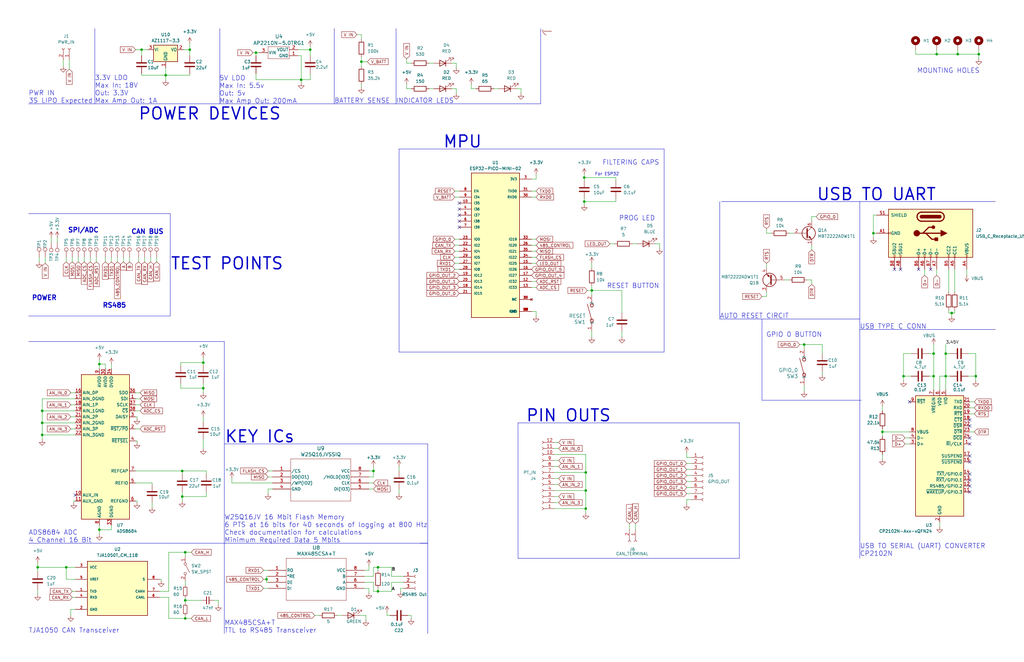
<source format=kicad_sch>
(kicad_sch (version 20231120) (generator "eeschema") (generator_version "8.0")
  (paper "B")
  (lib_symbols
    (symbol "AP2210N_5_0TRG1:AP2210N-5.0TRG1" (pin_names (offset 0.254))
      (property "Reference" "U4" (at 12.192 6.858 0))
      (property "Value" "AP2210N-5.0TRG1" (at 12.192 4.064 0))
      (symbol "AP2210N-5.0TRG1_1_1"
        (pin unspecified line (at 20.32 -1.27 180) (length 3.81) (name "GND") (number "1"))
        (pin unspecified line (at 20.32 1.27 180) (length 3.81) (name "VOUT") (number "2"))
        (pin unspecified line (at 3.81 0 0) (length 3.81) (name "VIN") (number "3"))
      )
    )
    (symbol "Analog_ADC:ADS8684"
      (property "Reference" "U" (at -8.89 31.75 0))
      (property "Value" "ADS8684" (at 8.89 31.75 0))
      (symbol "ADS8684_1_1"
        (pin input line (at 12.7 20.32 180) (length 2.54) (name "SDI") (number "1"))
        (pin input line (at -12.7 -20.32 0) (length 2.54) (name "AUX_IN") (number "10"))
        (pin input line (at -12.7 -22.86 0) (length 2.54) (name "AUX_GND") (number "11"))
        (pin no_connect line (at -10.16 -7.62 0) (length 2.54) hide (name "NC") (number "12"))
        (pin no_connect line (at -10.16 -10.16 0) (length 2.54) hide (name "NC") (number "13"))
        (pin no_connect line (at -10.16 -12.7 0) (length 2.54) hide (name "NC") (number "14"))
        (pin no_connect line (at -10.16 -15.24 0) (length 2.54) hide (name "NC") (number "15"))
        (pin input line (at -12.7 22.86 0) (length 2.54) (name "AIN_0P") (number "16"))
        (pin input line (at -12.7 20.32 0) (length 2.54) (name "AIN_0GND") (number "17"))
        (pin input line (at -12.7 17.78 0) (length 2.54) (name "AIN_1P") (number "18"))
        (pin input line (at -12.7 15.24 0) (length 2.54) (name "AIN_1GND") (number "19"))
        (pin input line (at 12.7 7.62 180) (length 2.54) (name "~{RST/PD}") (number "2"))
        (pin input line (at -12.7 10.16 0) (length 2.54) (name "AIN_2GND") (number "20"))
        (pin input line (at -12.7 12.7 0) (length 2.54) (name "AIN_2P") (number "21"))
        (pin input line (at -12.7 5.08 0) (length 2.54) (name "AIN_3GND") (number "22"))
        (pin input line (at -12.7 7.62 0) (length 2.54) (name "AIN_3P") (number "23"))
        (pin no_connect line (at -10.16 0 0) (length 2.54) hide (name "NC") (number "24"))
        (pin no_connect line (at -10.16 2.54 0) (length 2.54) hide (name "NC") (number "25"))
        (pin no_connect line (at -10.16 -5.08 0) (length 2.54) hide (name "NC") (number "26"))
        (pin no_connect line (at -10.16 -2.54 0) (length 2.54) hide (name "NC") (number "27"))
        (pin passive line (at -2.54 -33.02 90) (length 2.54) hide (name "AGND") (number "28"))
        (pin passive line (at -2.54 -33.02 90) (length 2.54) hide (name "AGND") (number "29"))
        (pin input line (at 12.7 12.7 180) (length 2.54) (name "DAISY") (number "3"))
        (pin power_in line (at 0 33.02 270) (length 2.54) (name "AVDD") (number "30"))
        (pin passive line (at -2.54 -33.02 90) (length 2.54) hide (name "AGND") (number "31"))
        (pin passive line (at -2.54 -33.02 90) (length 2.54) hide (name "AGND") (number "32"))
        (pin power_in line (at 2.54 -33.02 90) (length 2.54) (name "DGND") (number "33"))
        (pin power_in line (at 2.54 33.02 270) (length 2.54) (name "DVDD") (number "34"))
        (pin no_connect line (at 10.16 -5.08 180) (length 2.54) hide (name "DNC") (number "35"))
        (pin output line (at 12.7 22.86 180) (length 2.54) (name "SDO") (number "36"))
        (pin input line (at 12.7 17.78 180) (length 2.54) (name "SCLK") (number "37"))
        (pin input line (at 12.7 15.24 180) (length 2.54) (name "~{CS}") (number "38"))
        (pin input line (at 12.7 2.54 180) (length 2.54) (name "~{REFSEL}") (number "4"))
        (pin passive line (at 12.7 -15.24 180) (length 2.54) (name "REFIO") (number "5"))
        (pin power_in line (at 12.7 -22.86 180) (length 2.54) (name "REFGND") (number "6"))
        (pin passive line (at 12.7 -10.16 180) (length 2.54) (name "REFCAP") (number "7"))
        (pin power_in line (at -2.54 -33.02 90) (length 2.54) (name "AGND") (number "8"))
        (pin power_in line (at -2.54 33.02 270) (length 2.54) (name "AVDD") (number "9"))
      )
    )
    (symbol "Connector:Conn_01x02_Socket" (pin_names (offset 1.016) hide)
      (property "Reference" "J" (at 0 2.54 0))
      (property "Value" "Conn_01x02_Socket" (at 0 -5.08 0))
      (symbol "Conn_01x02_Socket_1_1"
        (pin passive line (at -5.08 0 0) (length 3.81) (name "Pin_1") (number "1"))
        (pin passive line (at -5.08 -2.54 0) (length 3.81) (name "Pin_2") (number "2"))
      )
    )
    (symbol "Connector:Conn_01x03_Socket" (pin_names (offset 1.016) hide)
      (property "Reference" "J" (at 0 5.08 0))
      (property "Value" "Conn_01x03_Socket" (at 0 -5.08 0))
      (symbol "Conn_01x03_Socket_1_1"
        (pin passive line (at -5.08 2.54 0) (length 3.81) (name "Pin_1") (number "1"))
        (pin passive line (at -5.08 0 0) (length 3.81) (name "Pin_2") (number "2"))
        (pin passive line (at -5.08 -2.54 0) (length 3.81) (name "Pin_3") (number "3"))
      )
    )
    (symbol "Connector:Conn_01x08_Socket" (pin_names (offset 1.016) hide)
      (property "Reference" "J" (at 0 10.16 0))
      (property "Value" "Conn_01x08_Socket" (at 0 -12.7 0))
      (symbol "Conn_01x08_Socket_1_1"
        (pin passive line (at -5.08 7.62 0) (length 3.81) (name "Pin_1") (number "1"))
        (pin passive line (at -5.08 5.08 0) (length 3.81) (name "Pin_2") (number "2"))
        (pin passive line (at -5.08 2.54 0) (length 3.81) (name "Pin_3") (number "3"))
        (pin passive line (at -5.08 0 0) (length 3.81) (name "Pin_4") (number "4"))
        (pin passive line (at -5.08 -2.54 0) (length 3.81) (name "Pin_5") (number "5"))
        (pin passive line (at -5.08 -5.08 0) (length 3.81) (name "Pin_6") (number "6"))
        (pin passive line (at -5.08 -7.62 0) (length 3.81) (name "Pin_7") (number "7"))
        (pin passive line (at -5.08 -10.16 0) (length 3.81) (name "Pin_8") (number "8"))
      )
    )
    (symbol "Connector:Conn_01x12_Socket" (pin_names (offset 1.016) hide)
      (property "Reference" "J" (at 0 15.24 0))
      (property "Value" "Conn_01x12_Socket" (at 0 -17.78 0))
      (symbol "Conn_01x12_Socket_1_1"
        (pin passive line (at -5.08 12.7 0) (length 3.81) (name "Pin_1") (number "1"))
        (pin passive line (at -5.08 -10.16 0) (length 3.81) (name "Pin_10") (number "10"))
        (pin passive line (at -5.08 -12.7 0) (length 3.81) (name "Pin_11") (number "11"))
        (pin passive line (at -5.08 -15.24 0) (length 3.81) (name "Pin_12") (number "12"))
        (pin passive line (at -5.08 10.16 0) (length 3.81) (name "Pin_2") (number "2"))
        (pin passive line (at -5.08 7.62 0) (length 3.81) (name "Pin_3") (number "3"))
        (pin passive line (at -5.08 5.08 0) (length 3.81) (name "Pin_4") (number "4"))
        (pin passive line (at -5.08 2.54 0) (length 3.81) (name "Pin_5") (number "5"))
        (pin passive line (at -5.08 0 0) (length 3.81) (name "Pin_6") (number "6"))
        (pin passive line (at -5.08 -2.54 0) (length 3.81) (name "Pin_7") (number "7"))
        (pin passive line (at -5.08 -5.08 0) (length 3.81) (name "Pin_8") (number "8"))
        (pin passive line (at -5.08 -7.62 0) (length 3.81) (name "Pin_9") (number "9"))
      )
    )
    (symbol "Connector:TestPoint" (pin_numbers hide) (pin_names (offset 0.762) hide)
      (property "Reference" "TP" (at 0 6.858 0))
      (property "Value" "TestPoint" (at 0 5.08 0))
      (symbol "TestPoint_1_1"
        (pin passive line (at 0 0 90) (length 2.54) (name "1") (number "1"))
      )
    )
    (symbol "Connector:USB_C_Receptacle_USB2.0" (pin_names (offset 1.016))
      (property "Reference" "J" (at -10.16 19.05 0))
      (property "Value" "USB_C_Receptacle_USB2.0" (at 19.05 19.05 0))
      (symbol "USB_C_Receptacle_USB2.0_1_1"
        (pin passive line (at 0 -22.86 90) (length 5.08) (name "GND") (number "A1"))
        (pin passive line (at 0 -22.86 90) (length 5.08) hide (name "GND") (number "A12"))
        (pin passive line (at 15.24 15.24 180) (length 5.08) (name "VBUS") (number "A4"))
        (pin bidirectional line (at 15.24 10.16 180) (length 5.08) (name "CC1") (number "A5"))
        (pin bidirectional line (at 15.24 -2.54 180) (length 5.08) (name "D+") (number "A6"))
        (pin bidirectional line (at 15.24 2.54 180) (length 5.08) (name "D-") (number "A7"))
        (pin bidirectional line (at 15.24 -12.7 180) (length 5.08) (name "SBU1") (number "A8"))
        (pin passive line (at 15.24 15.24 180) (length 5.08) hide (name "VBUS") (number "A9"))
        (pin passive line (at 0 -22.86 90) (length 5.08) hide (name "GND") (number "B1"))
        (pin passive line (at 0 -22.86 90) (length 5.08) hide (name "GND") (number "B12"))
        (pin passive line (at 15.24 15.24 180) (length 5.08) hide (name "VBUS") (number "B4"))
        (pin bidirectional line (at 15.24 7.62 180) (length 5.08) (name "CC2") (number "B5"))
        (pin bidirectional line (at 15.24 -5.08 180) (length 5.08) (name "D+") (number "B6"))
        (pin bidirectional line (at 15.24 0 180) (length 5.08) (name "D-") (number "B7"))
        (pin bidirectional line (at 15.24 -15.24 180) (length 5.08) (name "SBU2") (number "B8"))
        (pin passive line (at 15.24 15.24 180) (length 5.08) hide (name "VBUS") (number "B9"))
        (pin passive line (at -7.62 -22.86 90) (length 5.08) (name "SHIELD") (number "S1"))
      )
    )
    (symbol "Device:C" (pin_numbers hide) (pin_names (offset 0.254))
      (property "Reference" "C" (at 0.635 2.54 0))
      (property "Value" "C" (at 0.635 -2.54 0))
      (symbol "C_1_1"
        (pin passive line (at 0 3.81 270) (length 2.794) (name "~") (number "1"))
        (pin passive line (at 0 -3.81 90) (length 2.794) (name "~") (number "2"))
      )
    )
    (symbol "Device:C_Small" (pin_numbers hide) (pin_names (offset 0.254) hide)
      (property "Reference" "C" (at 0.254 1.778 0))
      (property "Value" "C_Small" (at 0.254 -2.032 0))
      (symbol "C_Small_1_1"
        (pin passive line (at 0 2.54 270) (length 2.032) (name "~") (number "1"))
        (pin passive line (at 0 -2.54 90) (length 2.032) (name "~") (number "2"))
      )
    )
    (symbol "Device:LED" (pin_numbers hide) (pin_names (offset 1.016) hide)
      (property "Reference" "D" (at 0 2.54 0))
      (property "Value" "LED" (at 0 -2.54 0))
      (symbol "LED_1_1"
        (pin passive line (at -3.81 0 0) (length 2.54) (name "K") (number "1"))
        (pin passive line (at 3.81 0 180) (length 2.54) (name "A") (number "2"))
      )
    )
    (symbol "Device:R" (pin_numbers hide) (pin_names (offset 0))
      (property "Reference" "R" (at 2.032 0 90))
      (property "Value" "R" (at 0 0 90))
      (symbol "R_1_1"
        (pin passive line (at 0 3.81 270) (length 1.27) (name "~") (number "1"))
        (pin passive line (at 0 -3.81 90) (length 1.27) (name "~") (number "2"))
      )
    )
    (symbol "Device:R_Small" (pin_numbers hide) (pin_names (offset 0.254) hide)
      (property "Reference" "R" (at 0.762 0.508 0))
      (property "Value" "R_Small" (at 0.762 -1.016 0))
      (symbol "R_Small_1_1"
        (pin passive line (at 0 2.54 270) (length 0.762) (name "~") (number "1"))
        (pin passive line (at 0 -2.54 90) (length 0.762) (name "~") (number "2"))
      )
    )
    (symbol "ESP32-PICO-MINI-02:ESP32-PICO-MINI-02" (pin_names (offset 1.016))
      (property "Reference" "U" (at -10.16 33.02 0))
      (property "Value" "ESP32-PICO-MINI-02" (at -10.16 -33.02 0))
      (symbol "ESP32-PICO-MINI-02_0_0"
        (pin power_in line (at 15.24 -27.94 180) (length 5.08) (name "GND") (number "1"))
        (pin input line (at -15.24 17.78 0) (length 5.08) (name "I35") (number "10"))
        (pin power_in line (at 15.24 -27.94 180) (length 5.08) (name "GND") (number "11"))
        (pin bidirectional line (at 15.24 -15.24 180) (length 5.08) (name "IO32") (number "12"))
        (pin bidirectional line (at 15.24 -17.78 180) (length 5.08) (name "IO33") (number "13"))
        (pin power_in line (at 15.24 -27.94 180) (length 5.08) (name "GND") (number "14"))
        (pin bidirectional line (at 15.24 -7.62 180) (length 5.08) (name "IO25") (number "15"))
        (pin bidirectional line (at 15.24 -10.16 180) (length 5.08) (name "IO26") (number "16"))
        (pin bidirectional line (at 15.24 -12.7 180) (length 5.08) (name "IO27") (number "17"))
        (pin bidirectional line (at -15.24 -17.78 0) (length 5.08) (name "IO14") (number "18"))
        (pin bidirectional line (at -15.24 -12.7 0) (length 5.08) (name "IO12") (number "19"))
        (pin power_in line (at 15.24 -27.94 180) (length 5.08) (name "GND") (number "2"))
        (pin bidirectional line (at -15.24 -15.24 0) (length 5.08) (name "IO13") (number "20"))
        (pin bidirectional line (at -15.24 -20.32 0) (length 5.08) (name "IO15") (number "21"))
        (pin bidirectional line (at -15.24 0 0) (length 5.08) (name "IO2") (number "22"))
        (pin bidirectional line (at -15.24 2.54 0) (length 5.08) (name "IO0") (number "23"))
        (pin bidirectional line (at -15.24 -2.54 0) (length 5.08) (name "IO4") (number "24"))
        (pin no_connect line (at 15.24 -22.86 180) (length 5.08) (name "NC") (number "25"))
        (pin bidirectional line (at 15.24 0 180) (length 5.08) (name "IO20") (number "26"))
        (pin bidirectional line (at -15.24 -7.62 0) (length 5.08) (name "IO7") (number "27"))
        (pin bidirectional line (at -15.24 -10.16 0) (length 5.08) (name "IO8") (number "28"))
        (pin bidirectional line (at -15.24 -5.08 0) (length 5.08) (name "IO5") (number "29"))
        (pin power_in line (at 15.24 27.94 180) (length 5.08) (name "3V3") (number "3"))
        (pin bidirectional line (at 15.24 20.32 180) (length 5.08) (name "RXD0") (number "30"))
        (pin bidirectional line (at 15.24 22.86 180) (length 5.08) (name "TXD0") (number "31"))
        (pin no_connect line (at 15.24 -22.86 180) (length 5.08) (name "NC") (number "32"))
        (pin bidirectional line (at 15.24 2.54 180) (length 5.08) (name "IO19") (number "33"))
        (pin bidirectional line (at 15.24 -5.08 180) (length 5.08) (name "IO22") (number "34"))
        (pin bidirectional line (at 15.24 -2.54 180) (length 5.08) (name "IO21") (number "35"))
        (pin power_in line (at 15.24 -27.94 180) (length 5.08) (name "GND") (number "36"))
        (pin power_in line (at 15.24 -27.94 180) (length 5.08) (name "GND") (number "37"))
        (pin power_in line (at 15.24 -27.94 180) (length 5.08) (name "GND") (number "38"))
        (pin power_in line (at 15.24 -27.94 180) (length 5.08) (name "GND") (number "39"))
        (pin input line (at -15.24 15.24 0) (length 5.08) (name "I36") (number "4"))
        (pin power_in line (at 15.24 -27.94 180) (length 5.08) (name "GND") (number "40"))
        (pin power_in line (at 15.24 -27.94 180) (length 5.08) (name "GND") (number "41"))
        (pin power_in line (at 15.24 -27.94 180) (length 5.08) (name "GND") (number "42"))
        (pin power_in line (at 15.24 -27.94 180) (length 5.08) (name "GND") (number "43"))
        (pin power_in line (at 15.24 -27.94 180) (length 5.08) (name "GND") (number "44"))
        (pin power_in line (at 15.24 -27.94 180) (length 5.08) (name "GND") (number "45"))
        (pin power_in line (at 15.24 -27.94 180) (length 5.08) (name "GND") (number "46"))
        (pin power_in line (at 15.24 -27.94 180) (length 5.08) (name "GND") (number "47"))
        (pin power_in line (at 15.24 -27.94 180) (length 5.08) (name "GND") (number "48"))
        (pin power_in line (at 15.24 -27.94 180) (length 5.08) (name "GND") (number "49"))
        (pin input line (at -15.24 12.7 0) (length 5.08) (name "I37") (number "5"))
        (pin power_in line (at 15.24 -27.94 180) (length 5.08) (name "GND") (number "50"))
        (pin power_in line (at 15.24 -27.94 180) (length 5.08) (name "GND") (number "51"))
        (pin power_in line (at 15.24 -27.94 180) (length 5.08) (name "GND") (number "52"))
        (pin power_in line (at 15.24 -27.94 180) (length 5.08) (name "GND") (number "53"))
        (pin power_in line (at 15.24 -27.94 180) (length 5.08) (name "GND") (number "54"))
        (pin power_in line (at 15.24 -27.94 180) (length 5.08) (name "GND") (number "55"))
        (pin power_in line (at 15.24 -27.94 180) (length 5.08) (name "GND") (number "56"))
        (pin power_in line (at 15.24 -27.94 180) (length 5.08) (name "GND") (number "57"))
        (pin power_in line (at 15.24 -27.94 180) (length 5.08) (name "GND") (number "58"))
        (pin power_in line (at 15.24 -27.94 180) (length 5.08) (name "GND") (number "59"))
        (pin input line (at -15.24 10.16 0) (length 5.08) (name "I38") (number "6"))
        (pin power_in line (at 15.24 -27.94 180) (length 5.08) (name "GND") (number "60"))
        (pin power_in line (at 15.24 -27.94 180) (length 5.08) (name "GND") (number "61"))
        (pin input line (at -15.24 7.62 0) (length 5.08) (name "I39") (number "7"))
        (pin input line (at -15.24 22.86 0) (length 5.08) (name "EN") (number "8"))
        (pin input line (at -15.24 20.32 0) (length 5.08) (name "I34") (number "9"))
      )
    )
    (symbol "Interface_USB:CP2102N-Axx-xQFN24"
      (property "Reference" "U" (at -8.89 26.67 0))
      (property "Value" "CP2102N-Axx-xQFN24" (at 13.97 26.67 0))
      (symbol "CP2102N-Axx-xQFN24_1_1"
        (pin bidirectional line (at 12.7 5.08 180) (length 2.54) (name "~{RI}/CLK") (number "1"))
        (pin no_connect line (at -10.16 -22.86 0) (length 2.54) hide (name "NC") (number "10"))
        (pin bidirectional line (at 12.7 -15.24 180) (length 2.54) (name "~{WAKEUP}/GPIO.3") (number "11"))
        (pin bidirectional line (at 12.7 -12.7 180) (length 2.54) (name "RS485/GPIO.2") (number "12"))
        (pin bidirectional line (at 12.7 -10.16 180) (length 2.54) (name "~{RXT}/GPIO.1") (number "13"))
        (pin bidirectional line (at 12.7 -7.62 180) (length 2.54) (name "~{TXT}/GPIO.0") (number "14"))
        (pin output line (at 12.7 -2.54 180) (length 2.54) (name "~{SUSPEND}") (number "15"))
        (pin no_connect line (at 10.16 -22.86 180) (length 2.54) hide (name "NC") (number "16"))
        (pin output line (at 12.7 0 180) (length 2.54) (name "SUSPEND") (number "17"))
        (pin input line (at 12.7 15.24 180) (length 2.54) (name "~{CTS}") (number "18"))
        (pin output line (at 12.7 17.78 180) (length 2.54) (name "~{RTS}") (number "19"))
        (pin power_in line (at 0 -27.94 90) (length 2.54) (name "GND") (number "2"))
        (pin input line (at 12.7 20.32 180) (length 2.54) (name "RXD") (number "20"))
        (pin output line (at 12.7 22.86 180) (length 2.54) (name "TXD") (number "21"))
        (pin input line (at 12.7 12.7 180) (length 2.54) (name "~{DSR}") (number "22"))
        (pin output line (at 12.7 10.16 180) (length 2.54) (name "~{DTR}") (number "23"))
        (pin input line (at 12.7 7.62 180) (length 2.54) (name "~{DCD}") (number "24"))
        (pin passive line (at 0 -27.94 90) (length 2.54) hide (name "GND") (number "25"))
        (pin bidirectional line (at -12.7 5.08 0) (length 2.54) (name "D+") (number "3"))
        (pin bidirectional line (at -12.7 7.62 0) (length 2.54) (name "D-") (number "4"))
        (pin power_in line (at 2.54 27.94 270) (length 2.54) (name "VIO") (number "5"))
        (pin power_in line (at 0 27.94 270) (length 2.54) (name "VDD") (number "6"))
        (pin power_in line (at -2.54 27.94 270) (length 2.54) (name "VREGIN") (number "7"))
        (pin input line (at -12.7 10.16 0) (length 2.54) (name "VBUS") (number "8"))
        (pin input line (at -12.7 22.86 0) (length 2.54) (name "~{RST}") (number "9"))
      )
    )
    (symbol "MAX485CSA_T:MAX485CSA+T" (pin_names (offset 0.254))
      (property "Reference" "U" (at 20.32 10.16 0))
      (property "Value" "MAX485CSA+T" (at 20.32 7.62 0))
      (symbol "MAX485CSA+T_0_1"
        (pin output line (at 0 0 0) (length 7.62) (name "RO") (number "1"))
        (pin output line (at 0 -2.54 0) (length 7.62) (name "*RE") (number "2"))
        (pin output line (at 0 -5.08 0) (length 7.62) (name "DE") (number "3"))
        (pin input line (at 0 -7.62 0) (length 7.62) (name "DI") (number "4"))
        (pin power_out line (at 40.64 -7.62 180) (length 7.62) (name "GND") (number "5"))
        (pin unspecified line (at 40.64 -5.08 180) (length 7.62) (name "A") (number "6"))
        (pin unspecified line (at 40.64 -2.54 180) (length 7.62) (name "B") (number "7"))
        (pin power_in line (at 40.64 0 180) (length 7.62) (name "VCC") (number "8"))
      )
    )
    (symbol "Mechanical:MountingHole_Pad" (pin_numbers hide) (pin_names (offset 1.016) hide)
      (property "Reference" "H" (at 0 6.35 0))
      (property "Value" "MountingHole_Pad" (at 0 4.445 0))
      (symbol "MountingHole_Pad_1_1"
        (pin input line (at 0 -2.54 90) (length 2.54) (name "1") (number "1"))
      )
    )
    (symbol "PTS636 SM50J SMTR LFS:PTS636_SM50J_SMTR_LFS" (pin_names (offset 0.254))
      (property "Reference" "SW" (at 7.62 3.81 0))
      (property "Value" "PTS636 SM50J SMTR LFS" (at 0 0 0))
      (symbol "PTS636_SM50J_SMTR_LFS_0_1"
        (pin unspecified line (at 0 0 0) (length 2.54) (name "1") (number "1"))
        (pin unspecified line (at 15.24 0 180) (length 2.54) (name "2") (number "2"))
      )
    )
    (symbol "RP Logo:LOGO" (pin_names (offset 1.016)))
    (symbol "Regulator_Linear:AZ1117-3.3" (pin_names (offset 0.254))
      (property "Reference" "U" (at -3.81 3.175 0))
      (property "Value" "AZ1117-3.3" (at 0 3.175 0))
      (symbol "AZ1117-3.3_1_1"
        (pin power_in line (at 0 -7.62 90) (length 2.54) (name "GND") (number "1"))
        (pin power_out line (at 7.62 0 180) (length 2.54) (name "VO") (number "2"))
        (pin power_in line (at -7.62 0 0) (length 2.54) (name "VI") (number "3"))
      )
    )
    (symbol "Switch:SW_SPST" (pin_names (offset 0) hide)
      (property "Reference" "SW" (at 0 3.175 0))
      (property "Value" "SW_SPST" (at 0 -2.54 0))
      (symbol "SW_SPST_1_1"
        (pin passive line (at -5.08 0 0) (length 2.54) (name "A") (number "1"))
        (pin passive line (at 5.08 0 180) (length 2.54) (name "B") (number "2"))
      )
    )
    (symbol "TJA1050T:TJA1050T_CM_118" (pin_names (offset 1.016))
      (property "Reference" "U" (at -12.7 11.049 0))
      (property "Value" "TJA1050T_CM_118" (at -12.7 -15.24 0))
      (symbol "TJA1050T_CM_118_0_0"
        (pin input line (at 17.78 -2.54 180) (length 5.08) (name "TXD") (number "1"))
        (pin power_in line (at 17.78 -10.16 180) (length 5.08) (name "GND") (number "2"))
        (pin power_in line (at 17.78 7.62 180) (length 5.08) (name "VCC") (number "3"))
        (pin output line (at 17.78 -5.08 180) (length 5.08) (name "RXD") (number "4"))
        (pin output line (at 17.78 2.54 180) (length 5.08) (name "VREF") (number "5"))
        (pin bidirectional line (at -17.78 -5.08 0) (length 5.08) (name "CANL") (number "6"))
        (pin bidirectional line (at -17.78 -2.54 0) (length 5.08) (name "CANH") (number "7"))
        (pin input line (at -17.78 2.54 0) (length 5.08) (name "S") (number "8"))
      )
    )
    (symbol "Transistor_BJT:MBT2222ADW1T1" (pin_names (offset 0) hide)
      (property "Reference" "Q" (at 5.08 1.27 0))
      (property "Value" "MBT2222ADW1T1" (at 5.08 -1.27 0))
      (symbol "MBT2222ADW1T1_1_1"
        (pin passive line (at 2.54 -5.08 90) (length 2.54) (name "E1") (number "1"))
        (pin input line (at -5.08 0 0) (length 2.54) (name "B1") (number "2"))
        (pin passive line (at 2.54 5.08 270) (length 2.54) (name "C1") (number "6"))
      )
      (symbol "MBT2222ADW1T1_2_1"
        (pin passive line (at 2.54 5.08 270) (length 2.54) (name "C2") (number "3"))
        (pin passive line (at 2.54 -5.08 90) (length 2.54) (name "E2") (number "4"))
        (pin input line (at -5.08 0 0) (length 2.54) (name "B2") (number "5"))
      )
    )
    (symbol "W25Q16JVSSIQ:W25Q16JVSSIQ" (pin_names (offset 0.254))
      (property "Reference" "U" (at 20.32 10.16 0))
      (property "Value" "W25Q16JVSSIQ" (at 20.32 7.62 0))
      (symbol "W25Q16JVSSIQ_1_1"
        (pin bidirectional line (at 0 0 0) (length 7.62) (name "/CS") (number "1"))
        (pin bidirectional line (at 0 -2.54 0) (length 7.62) (name "DO(IO1)") (number "2"))
        (pin bidirectional line (at 0 -5.08 0) (length 7.62) (name "/WP(IO2)") (number "3"))
        (pin bidirectional line (at 0 -7.62 0) (length 7.62) (name "GND") (number "4"))
        (pin bidirectional line (at 40.64 -7.62 180) (length 7.62) (name "DI(IO3)") (number "5"))
        (pin bidirectional line (at 40.64 -5.08 180) (length 7.62) (name "CLK") (number "6"))
        (pin bidirectional line (at 40.64 -2.54 180) (length 7.62) (name "/HOLD(IO3)") (number "7"))
        (pin bidirectional line (at 40.64 0 180) (length 7.62) (name "VCC") (number "8"))
      )
    )
    (symbol "power:+3.3V" (power) (pin_names (offset 0))
      (property "Value" "+3.3V" (at 0 3.556 0))
      (symbol "+3.3V_1_1"
        (pin power_in line (at 0 0 90) (length 0) hide (name "+3.3V") (number "1"))
      )
    )
    (symbol "power:+5V" (power) (pin_names (offset 0))
      (property "Value" "+5V" (at 0 3.556 0))
      (symbol "+5V_1_1"
        (pin power_in line (at 0 0 90) (length 0) hide (name "+5V") (number "1"))
      )
    )
    (symbol "power:GND" (power) (pin_names (offset 0))
      (property "Value" "GND" (at 0 -3.81 0))
      (symbol "GND_1_1"
        (pin power_in line (at 0 0 270) (length 0) hide (name "GND") (number "1"))
      )
    )
    (symbol "power:VBUS" (power) (pin_names (offset 0))
      (property "Value" "VBUS" (at 0 3.81 0))
      (symbol "VBUS_1_1"
        (pin power_in line (at 0 0 90) (length 0) hide (name "VBUS") (number "1"))
      )
    )
  )
  (junction (at 76.835 209.55))
  (junction (at 15.875 239.395))
  (junction (at 27.94 239.395))
  (junction (at 69.85 31.75))
  (junction (at 339.09 145.415))
  (junction (at 17.78 178.435))
  (junction (at 247.015 207.01))
  (junction (at 372.11 182.245))
  (junction (at 85.725 163.83))
  (junction (at 80.01 20.955))
  (junction (at 403.86 22.86))
  (junction (at 398.78 158.75))
  (junction (at 368.3 98.425))
  (junction (at 17.78 173.355))
  (junction (at 85.725 153.035))
  (junction (at 249.555 122.555))
  (junction (at 107.95 22.225))
  (junction (at 157.48 198.755))
  (junction (at 246.38 74.93))
  (junction (at 17.78 183.515))
  (junction (at 78.105 253.365))
  (junction (at 401.32 132.08))
  (junction (at 76.835 198.755))
  (junction (at 41.91 223.52))
  (junction (at 78.105 233.045))
  (junction (at 393.7 149.225))
  (junction (at 78.105 260.985))
  (junction (at 381 158.75))
  (junction (at 41.91 153.67))
  (junction (at 247.015 214.63))
  (junction (at 127 33.655))
  (junction (at 152.4 26.035))
  (junction (at 394.97 22.86))
  (junction (at 59.69 20.955))
  (junction (at 130.81 20.955))
  (junction (at 159.385 239.395))
  (junction (at 393.7 158.75))
  (junction (at 159.385 249.555))
  (junction (at 247.015 199.39))
  (junction (at 398.78 149.225))
  (junction (at 246.38 85.09))
  (junction (at 411.48 158.75))
  (junction (at 412.75 22.86))
  (junction (at 112.395 244.475))
  (no_connect (at 377.19 113.665))
  (no_connect (at 379.73 113.665))
  (no_connect (at 408.94 202.565))
  (no_connect (at 408.94 207.645))
  (no_connect (at 408.94 187.325))
  (no_connect (at 408.94 179.705))
  (no_connect (at 408.94 205.105))
  (no_connect (at 387.35 113.665))
  (no_connect (at 193.675 95.885))
  (no_connect (at 193.675 85.725))
  (no_connect (at 408.94 192.405))
  (no_connect (at 408.94 184.785))
  (no_connect (at 408.94 200.025))
  (no_connect (at 408.94 194.945))
  (no_connect (at 193.675 90.805))
  (no_connect (at 408.94 177.165))
  (no_connect (at 383.54 169.545))
  (no_connect (at 31.75 208.915))
  (no_connect (at 193.675 93.345))
  (no_connect (at 193.675 88.265))
  (no_connect (at 392.43 113.665))
  (wire (pts (xy 59.055 170.815) (xy 57.15 170.815)))
  (wire (pts (xy 289.56 193.04) (xy 291.465 193.04)))
  (wire (pts (xy 78.105 260.985) (xy 78.105 259.715)))
  (polyline (pts (xy 168.275 62.865) (xy 168.275 148.59)))
  (wire (pts (xy 402.59 130.81) (xy 402.59 132.08)))
  (wire (pts (xy 85.725 153.035) (xy 76.2 153.035)))
  (wire (pts (xy 86.995 209.55) (xy 76.835 209.55)))
  (wire (pts (xy 111.125 244.475) (xy 112.395 244.475)))
  (wire (pts (xy 57.15 186.055) (xy 57.785 186.055)))
  (wire (pts (xy 323.215 98.425) (xy 325.12 98.425)))
  (polyline (pts (xy 362.585 139.065) (xy 362.585 85.09)))
  (polyline (pts (xy 140.97 12.065) (xy 140.97 43.815)))
  (wire (pts (xy 191.77 100.965) (xy 193.675 100.965)))
  (wire (pts (xy 44.45 153.67) (xy 41.91 153.67)))
  (wire (pts (xy 57.785 211.455) (xy 57.785 212.09)))
  (wire (pts (xy 369.57 90.805) (xy 368.3 90.805)))
  (wire (pts (xy 29.845 257.175) (xy 29.845 259.715)))
  (wire (pts (xy 259.715 85.09) (xy 246.38 85.09)))
  (polyline (pts (xy 168.275 148.59) (xy 280.035 148.59)))
  (wire (pts (xy 27.94 108.585) (xy 27.94 110.49)))
  (wire (pts (xy 332.74 118.11) (xy 330.835 118.11)))
  (wire (pts (xy 391.795 149.225) (xy 393.7 149.225)))
  (wire (pts (xy 27.94 239.395) (xy 31.75 239.395)))
  (wire (pts (xy 67.31 252.095) (xy 71.12 252.095)))
  (wire (pts (xy 410.845 182.245) (xy 408.94 182.245)))
  (polyline (pts (xy 218.44 178.435) (xy 218.44 235.585)))
  (wire (pts (xy 29.845 165.735) (xy 31.75 165.735)))
  (wire (pts (xy 247.65 122.555) (xy 249.555 122.555)))
  (wire (pts (xy 46.99 108.585) (xy 46.99 110.49)))
  (wire (pts (xy 249.555 111.125) (xy 249.555 113.03)))
  (wire (pts (xy 226.06 108.585) (xy 224.155 108.585)))
  (wire (pts (xy 402.59 132.08) (xy 401.32 132.08)))
  (wire (pts (xy 246.38 86.36) (xy 246.38 85.09)))
  (wire (pts (xy 157.48 206.375) (xy 155.575 206.375)))
  (wire (pts (xy 403.86 20.955) (xy 403.86 22.86)))
  (wire (pts (xy 249.555 122.555) (xy 249.555 124.46)))
  (wire (pts (xy 19.05 111.125) (xy 19.05 108.585)))
  (wire (pts (xy 85.725 161.925) (xy 85.725 163.83)))
  (wire (pts (xy 38.1 108.585) (xy 38.1 110.49)))
  (wire (pts (xy 259.715 83.82) (xy 259.715 85.09)))
  (wire (pts (xy 226.06 131.445) (xy 226.06 133.35)))
  (polyline (pts (xy 218.44 235.585) (xy 311.785 235.585)))
  (wire (pts (xy 372.11 193.675) (xy 372.11 191.77)))
  (wire (pts (xy 27.94 239.395) (xy 27.94 244.475)))
  (polyline (pts (xy 167.005 43.815) (xy 227.965 43.815)))
  (wire (pts (xy 35.56 108.585) (xy 35.56 110.49)))
  (wire (pts (xy 410.845 169.545) (xy 408.94 169.545)))
  (wire (pts (xy 155.575 198.755) (xy 157.48 198.755)))
  (wire (pts (xy 394.97 22.86) (xy 403.86 22.86)))
  (wire (pts (xy 112.395 243.205) (xy 113.03 243.205)))
  (wire (pts (xy 130.81 20.955) (xy 130.81 19.685)))
  (polyline (pts (xy 304.165 85.09) (xy 362.585 85.09)))
  (wire (pts (xy 165.1 249.555) (xy 165.1 245.745)))
  (wire (pts (xy 191.77 111.125) (xy 193.675 111.125)))
  (wire (pts (xy 289.56 205.74) (xy 291.465 205.74)))
  (wire (pts (xy 127 23.495) (xy 127 33.655)))
  (wire (pts (xy 173.355 259.715) (xy 172.085 259.715)))
  (wire (pts (xy 49.53 108.585) (xy 49.53 110.49)))
  (polyline (pts (xy 280.035 62.865) (xy 168.275 62.865)))
  (wire (pts (xy 233.68 207.01) (xy 247.015 207.01)))
  (wire (pts (xy 171.45 24.765) (xy 171.45 26.67)))
  (wire (pts (xy 80.645 233.045) (xy 78.105 233.045)))
  (wire (pts (xy 165.1 245.745) (xy 170.18 245.745)))
  (wire (pts (xy 393.7 158.75) (xy 393.7 164.465)))
  (wire (pts (xy 372.11 171.45) (xy 372.11 173.355)))
  (polyline (pts (xy 180.34 187.325) (xy 180.34 229.235)))
  (wire (pts (xy 113.03 198.755) (xy 114.935 198.755)))
  (polyline (pts (xy 362.585 139.065) (xy 362.585 235.585)))
  (wire (pts (xy 85.725 154.305) (xy 85.725 153.035)))
  (wire (pts (xy 76.2 153.035) (xy 76.2 154.305)))
  (wire (pts (xy 58.42 108.585) (xy 58.42 110.49)))
  (polyline (pts (xy 140.97 43.815) (xy 167.005 43.815)))
  (wire (pts (xy 152.4 36.83) (xy 152.4 35.56)))
  (wire (pts (xy 17.78 173.355) (xy 17.78 178.435)))
  (wire (pts (xy 71.12 252.095) (xy 71.12 260.985)))
  (wire (pts (xy 90.17 253.365) (xy 92.075 253.365)))
  (wire (pts (xy 163.195 258.445) (xy 163.195 259.715)))
  (wire (pts (xy 339.09 145.415) (xy 339.09 147.32)))
  (wire (pts (xy 159.385 248.285) (xy 159.385 249.555)))
  (wire (pts (xy 171.45 37.465) (xy 173.355 37.465)))
  (wire (pts (xy 57.15 203.835) (xy 64.135 203.835)))
  (polyline (pts (xy 180.34 229.235) (xy 180.34 267.335)))
  (wire (pts (xy 289.56 195.58) (xy 291.465 195.58)))
  (wire (pts (xy 69.85 31.75) (xy 80.01 31.75)))
  (wire (pts (xy 64.135 213.995) (xy 64.135 212.09)))
  (polyline (pts (xy 12.065 144.145) (xy 94.615 144.145)))
  (wire (pts (xy 85.725 185.42) (xy 85.725 189.23)))
  (wire (pts (xy 60.96 108.585) (xy 60.96 110.49)))
  (wire (pts (xy 226.06 131.445) (xy 224.155 131.445)))
  (wire (pts (xy 16.51 110.49) (xy 16.51 108.585)))
  (wire (pts (xy 159.385 240.665) (xy 159.385 239.395)))
  (wire (pts (xy 152.4 26.035) (xy 152.4 27.94)))
  (wire (pts (xy 67.31 249.555) (xy 71.12 249.555)))
  (polyline (pts (xy 12.065 133.35) (xy 71.755 133.35)))
  (wire (pts (xy 31.75 168.275) (xy 17.78 168.275)))
  (wire (pts (xy 157.48 203.835) (xy 155.575 203.835)))
  (wire (pts (xy 57.785 186.055) (xy 57.785 186.69)))
  (wire (pts (xy 76.835 200.025) (xy 76.835 198.755)))
  (wire (pts (xy 76.835 209.55) (xy 76.835 207.645)))
  (wire (pts (xy 165.1 243.205) (xy 170.18 243.205)))
  (wire (pts (xy 233.68 194.31) (xy 235.585 194.31)))
  (wire (pts (xy 171.45 26.67) (xy 173.355 26.67)))
  (wire (pts (xy 15.875 237.49) (xy 15.875 239.395)))
  (wire (pts (xy 155.575 248.285) (xy 155.575 250.19)))
  (polyline (pts (xy 280.035 62.865) (xy 280.035 148.59)))
  (wire (pts (xy 323.215 125.095) (xy 321.31 125.095)))
  (wire (pts (xy 191.77 83.185) (xy 193.675 83.185)))
  (wire (pts (xy 157.48 201.295) (xy 157.48 198.755)))
  (wire (pts (xy 369.57 98.425) (xy 368.3 98.425)))
  (wire (pts (xy 224.155 103.505) (xy 226.06 103.505)))
  (wire (pts (xy 46.99 221.615) (xy 46.99 223.52)))
  (wire (pts (xy 26.67 25.4) (xy 26.67 27.94)))
  (wire (pts (xy 66.04 108.585) (xy 66.04 110.49)))
  (wire (pts (xy 233.68 214.63) (xy 247.015 214.63)))
  (wire (pts (xy 159.385 249.555) (xy 165.1 249.555)))
  (wire (pts (xy 289.56 208.28) (xy 291.465 208.28)))
  (wire (pts (xy 59.69 23.495) (xy 59.69 20.955)))
  (wire (pts (xy 400.685 158.75) (xy 398.78 158.75)))
  (wire (pts (xy 400.05 113.665) (xy 400.05 123.19)))
  (polyline (pts (xy 92.71 12.065) (xy 92.71 43.815)))
  (wire (pts (xy 394.97 113.665) (xy 394.97 116.205)))
  (wire (pts (xy 30.48 249.555) (xy 31.75 249.555)))
  (wire (pts (xy 15.875 239.395) (xy 27.94 239.395)))
  (wire (pts (xy 52.07 108.585) (xy 52.07 110.49)))
  (wire (pts (xy 339.09 162.56) (xy 339.09 165.1)))
  (polyline (pts (xy 321.31 168.91) (xy 321.31 134.62)))
  (wire (pts (xy 15.875 248.92) (xy 15.875 250.825)))
  (wire (pts (xy 24.13 100.33) (xy 24.13 102.235)))
  (wire (pts (xy 408.305 149.225) (xy 411.48 149.225)))
  (wire (pts (xy 396.24 158.75) (xy 396.24 164.465)))
  (wire (pts (xy 29.845 257.175) (xy 31.75 257.175)))
  (wire (pts (xy 59.055 165.735) (xy 57.15 165.735)))
  (wire (pts (xy 113.03 206.375) (xy 113.03 208.28)))
  (wire (pts (xy 191.77 108.585) (xy 193.675 108.585)))
  (wire (pts (xy 265.43 220.98) (xy 265.43 223.52)))
  (wire (pts (xy 412.75 22.86) (xy 412.75 20.955)))
  (wire (pts (xy 80.01 31.75) (xy 80.01 31.115)))
  (wire (pts (xy 151.765 259.715) (xy 154.305 259.715)))
  (wire (pts (xy 342.265 105.41) (xy 342.265 103.505)))
  (wire (pts (xy 249.555 120.65) (xy 249.555 122.555)))
  (wire (pts (xy 71.12 249.555) (xy 71.12 233.045)))
  (wire (pts (xy 278.13 102.87) (xy 276.225 102.87)))
  (wire (pts (xy 80.01 18.415) (xy 80.01 20.955)))
  (wire (pts (xy 157.48 249.555) (xy 159.385 249.555)))
  (wire (pts (xy 155.575 201.295) (xy 157.48 201.295)))
  (wire (pts (xy 386.08 20.955) (xy 386.08 22.86)))
  (wire (pts (xy 78.105 233.045) (xy 78.105 234.95)))
  (wire (pts (xy 76.835 198.755) (xy 86.995 198.755)))
  (wire (pts (xy 372.11 182.245) (xy 383.54 182.245)))
  (wire (pts (xy 233.68 212.09) (xy 235.585 212.09)))
  (wire (pts (xy 191.77 103.505) (xy 193.675 103.505)))
  (wire (pts (xy 233.68 191.77) (xy 247.015 191.77)))
  (wire (pts (xy 226.06 111.125) (xy 224.155 111.125)))
  (wire (pts (xy 411.48 158.75) (xy 411.48 160.655)))
  (wire (pts (xy 398.78 145.415) (xy 398.78 149.225)))
  (wire (pts (xy 71.12 233.045) (xy 78.105 233.045)))
  (wire (pts (xy 17.78 178.435) (xy 17.78 183.515)))
  (polyline (pts (xy 94.615 187.325) (xy 180.34 187.325)))
  (wire (pts (xy 59.69 20.955) (xy 62.23 20.955)))
  (wire (pts (xy 64.135 203.835) (xy 64.135 204.47)))
  (wire (pts (xy 17.78 183.515) (xy 17.78 185.42)))
  (wire (pts (xy 268.605 102.87) (xy 266.7 102.87)))
  (wire (pts (xy 113.03 206.375) (xy 114.935 206.375)))
  (wire (pts (xy 69.85 28.575) (xy 69.85 31.75)))
  (wire (pts (xy 59.055 173.355) (xy 57.15 173.355)))
  (wire (pts (xy 267.97 220.98) (xy 267.97 223.52)))
  (wire (pts (xy 78.105 260.985) (xy 80.645 260.985)))
  (wire (pts (xy 192.405 28.575) (xy 192.405 26.67)))
  (wire (pts (xy 247.015 191.77) (xy 247.015 199.39)))
  (wire (pts (xy 130.81 33.655) (xy 127 33.655)))
  (wire (pts (xy 154.305 259.715) (xy 154.305 261.62)))
  (wire (pts (xy 153.67 240.665) (xy 155.575 240.665)))
  (wire (pts (xy 144.145 259.715) (xy 142.24 259.715)))
  (wire (pts (xy 85.725 151.13) (xy 85.725 153.035)))
  (wire (pts (xy 113.03 201.295) (xy 114.935 201.295)))
  (wire (pts (xy 386.08 22.86) (xy 394.97 22.86)))
  (wire (pts (xy 57.15 211.455) (xy 57.785 211.455)))
  (wire (pts (xy 41.91 221.615) (xy 41.91 223.52)))
  (wire (pts (xy 393.7 145.415) (xy 393.7 149.225)))
  (wire (pts (xy 44.45 153.67) (xy 44.45 155.575)))
  (wire (pts (xy 76.2 161.925) (xy 76.2 163.83)))
  (wire (pts (xy 342.265 93.345) (xy 342.265 91.44)))
  (wire (pts (xy 168.275 206.375) (xy 168.275 208.28)))
  (wire (pts (xy 246.38 74.93) (xy 246.38 76.2)))
  (wire (pts (xy 384.175 158.75) (xy 381 158.75)))
  (wire (pts (xy 71.12 260.985) (xy 78.105 260.985)))
  (wire (pts (xy 233.68 186.69) (xy 235.585 186.69)))
  (wire (pts (xy 393.7 149.225) (xy 393.7 158.75)))
  (wire (pts (xy 247.015 199.39) (xy 247.015 207.01)))
  (wire (pts (xy 247.015 207.01) (xy 247.015 214.63)))
  (wire (pts (xy 323.215 123.19) (xy 323.215 125.095)))
  (wire (pts (xy 21.59 100.33) (xy 21.59 102.235)))
  (wire (pts (xy 125.73 23.495) (xy 127 23.495)))
  (wire (pts (xy 168.91 248.285) (xy 170.18 248.285)))
  (wire (pts (xy 30.48 252.095) (xy 31.75 252.095)))
  (wire (pts (xy 226.06 106.045) (xy 224.155 106.045)))
  (wire (pts (xy 85.725 175.895) (xy 85.725 177.8)))
  (wire (pts (xy 372.11 180.975) (xy 372.11 182.245)))
  (polyline (pts (xy 311.785 235.585) (xy 311.785 178.435)))
  (wire (pts (xy 78.105 253.365) (xy 78.105 254.635)))
  (wire (pts (xy 410.845 172.085) (xy 408.94 172.085)))
  (wire (pts (xy 368.3 98.425) (xy 368.3 90.805)))
  (wire (pts (xy 396.24 222.25) (xy 396.24 220.345)))
  (wire (pts (xy 394.97 20.955) (xy 394.97 22.86)))
  (polyline (pts (xy 362.585 139.065) (xy 419.735 139.065)))
  (wire (pts (xy 323.215 111.125) (xy 323.215 113.03)))
  (wire (pts (xy 398.78 158.75) (xy 396.24 158.75)))
  (wire (pts (xy 80.01 20.955) (xy 80.01 23.495)))
  (wire (pts (xy 384.175 149.225) (xy 381 149.225)))
  (wire (pts (xy 153.67 248.285) (xy 155.575 248.285)))
  (wire (pts (xy 182.88 37.465) (xy 180.975 37.465)))
  (polyline (pts (xy 40.005 43.815) (xy 140.97 43.815)))
  (wire (pts (xy 159.385 239.395) (xy 165.1 239.395)))
  (wire (pts (xy 289.56 210.82) (xy 291.465 210.82)))
  (polyline (pts (xy 362.585 85.09) (xy 419.735 85.09)))
  (wire (pts (xy 400.05 130.81) (xy 400.05 132.08)))
  (polyline (pts (xy 363.22 168.91) (xy 321.31 168.91)))
  (wire (pts (xy 262.255 139.7) (xy 262.255 142.24)))
  (wire (pts (xy 233.68 196.85) (xy 235.585 196.85)))
  (wire (pts (xy 152.4 26.035) (xy 154.94 26.035)))
  (wire (pts (xy 346.71 149.225) (xy 346.71 145.415)))
  (wire (pts (xy 412.75 24.765) (xy 412.75 22.86)))
  (wire (pts (xy 289.56 191.135) (xy 289.56 193.04)))
  (polyline (pts (xy 40.005 12.065) (xy 40.005 43.815)))
  (wire (pts (xy 63.5 108.585) (xy 63.5 110.49)))
  (wire (pts (xy 78.105 245.11) (xy 78.105 247.015)))
  (wire (pts (xy 59.69 31.115) (xy 59.69 31.75)))
  (wire (pts (xy 77.47 20.955) (xy 80.01 20.955)))
  (wire (pts (xy 219.71 39.37) (xy 219.71 37.465)))
  (wire (pts (xy 226.06 100.965) (xy 224.155 100.965)))
  (wire (pts (xy 233.68 189.23) (xy 235.585 189.23)))
  (wire (pts (xy 15.875 239.395) (xy 15.875 241.3)))
  (wire (pts (xy 127 33.655) (xy 127 34.925)))
  (wire (pts (xy 198.755 35.56) (xy 198.755 37.465)))
  (polyline (pts (xy 94.615 229.235) (xy 180.34 229.235)))
  (wire (pts (xy 337.185 145.415) (xy 339.09 145.415)))
  (wire (pts (xy 125.73 20.955) (xy 130.81 20.955)))
  (wire (pts (xy 155.575 238.76) (xy 155.575 240.665)))
  (wire (pts (xy 192.405 37.465) (xy 190.5 37.465)))
  (wire (pts (xy 191.77 106.045) (xy 193.675 106.045)))
  (wire (pts (xy 323.215 96.52) (xy 323.215 98.425)))
  (wire (pts (xy 85.725 163.83) (xy 85.725 165.735)))
  (polyline (pts (xy 303.53 134.62) (xy 303.53 85.09)))
  (wire (pts (xy 76.2 163.83) (xy 85.725 163.83)))
  (wire (pts (xy 381 149.225) (xy 381 158.75)))
  (polyline (pts (xy 362.585 134.62) (xy 303.53 134.62)))
  (wire (pts (xy 31.75 178.435) (xy 17.78 178.435)))
  (wire (pts (xy 400.05 132.08) (xy 401.32 132.08)))
  (wire (pts (xy 150.495 14.605) (xy 152.4 14.605)))
  (wire (pts (xy 342.265 120.015) (xy 342.265 118.11)))
  (wire (pts (xy 342.265 118.11) (xy 340.36 118.11)))
  (wire (pts (xy 289.56 210.82) (xy 289.56 212.725)))
  (polyline (pts (xy 12.065 90.17) (xy 71.755 90.17)))
  (polyline (pts (xy 71.755 90.17) (xy 71.755 133.35)))
  (wire (pts (xy 157.48 245.745) (xy 157.48 249.555)))
  (wire (pts (xy 173.355 260.985) (xy 173.355 259.715)))
  (wire (pts (xy 107.95 31.115) (xy 107.95 33.655)))
  (wire (pts (xy 86.995 198.755) (xy 86.995 200.025)))
  (wire (pts (xy 247.015 214.63) (xy 247.015 216.535)))
  (wire (pts (xy 233.68 209.55) (xy 235.585 209.55)))
  (wire (pts (xy 97.79 201.93) (xy 97.79 203.835)))
  (wire (pts (xy 165.1 239.395) (xy 165.1 243.205)))
  (polyline (pts (xy 12.065 229.235) (xy 94.615 229.235)))
  (wire (pts (xy 17.78 183.515) (xy 31.75 183.515)))
  (wire (pts (xy 342.265 91.44) (xy 344.17 91.44)))
  (wire (pts (xy 67.31 244.475) (xy 67.945 244.475)))
  (wire (pts (xy 46.99 153.67) (xy 46.99 155.575)))
  (wire (pts (xy 97.79 203.835) (xy 114.935 203.835)))
  (wire (pts (xy 92.075 253.365) (xy 92.075 255.27)))
  (wire (pts (xy 130.81 31.115) (xy 130.81 33.655)))
  (wire (pts (xy 112.395 244.475) (xy 112.395 243.205)))
  (wire (pts (xy 168.91 249.555) (xy 168.91 248.285)))
  (wire (pts (xy 246.38 85.09) (xy 246.38 83.82)))
  (wire (pts (xy 332.74 98.425) (xy 334.645 98.425)))
  (wire (pts (xy 30.48 108.585) (xy 30.48 110.49)))
  (wire (pts (xy 29.21 25.4) (xy 29.21 29.21)))
  (wire (pts (xy 54.61 108.585) (xy 54.61 110.49)))
  (wire (pts (xy 69.85 33.655) (xy 69.85 31.75)))
  (wire (pts (xy 402.59 113.665) (xy 402.59 123.19)))
  (wire (pts (xy 57.15 175.895) (xy 57.785 175.895)))
  (wire (pts (xy 391.795 158.75) (xy 393.7 158.75)))
  (wire (pts (xy 259.715 74.93) (xy 259.715 76.2)))
  (wire (pts (xy 113.03 245.745) (xy 112.395 245.745)))
  (wire (pts (xy 389.89 113.665) (xy 389.89 116.205)))
  (wire (pts (xy 57.785 175.895) (xy 57.785 176.53)))
  (wire (pts (xy 112.395 245.745) (xy 112.395 244.475)))
  (wire (pts (xy 262.255 132.08) (xy 262.255 122.555)))
  (wire (pts (xy 182.88 26.67) (xy 180.975 26.67)))
  (wire (pts (xy 289.56 198.12) (xy 291.465 198.12)))
  (wire (pts (xy 134.62 259.715) (xy 132.715 259.715)))
  (wire (pts (xy 249.555 139.7) (xy 249.555 142.24)))
  (wire (pts (xy 219.71 37.465) (xy 217.805 37.465)))
  (wire (pts (xy 226.06 83.185) (xy 224.155 83.185)))
  (wire (pts (xy 168.275 196.85) (xy 168.275 198.755)))
  (wire (pts (xy 29.845 175.895) (xy 31.75 175.895)))
  (wire (pts (xy 381.635 184.785) (xy 383.54 184.785)))
  (wire (pts (xy 86.995 207.645) (xy 86.995 209.55)))
  (polyline (pts (xy 218.44 178.435) (xy 311.785 178.435)))
  (wire (pts (xy 41.91 225.425) (xy 41.91 223.52)))
  (wire (pts (xy 233.68 204.47) (xy 235.585 204.47)))
  (wire (pts (xy 368.3 100.33) (xy 368.3 98.425)))
  (wire (pts (xy 191.77 113.665) (xy 193.675 113.665)))
  (wire (pts (xy 59.055 168.275) (xy 57.15 168.275)))
  (wire (pts (xy 262.255 122.555) (xy 249.555 122.555)))
  (wire (pts (xy 31.75 173.355) (xy 17.78 173.355)))
  (wire (pts (xy 152.4 14.605) (xy 152.4 16.51)))
  (wire (pts (xy 257.175 102.87) (xy 259.08 102.87)))
  (wire (pts (xy 44.45 108.585) (xy 44.45 110.49)))
  (wire (pts (xy 76.835 211.455) (xy 76.835 209.55)))
  (wire (pts (xy 31.75 211.455) (xy 31.115 211.455)))
  (wire (pts (xy 226.06 75.565) (xy 226.06 73.66)))
  (wire (pts (xy 407.67 116.205) (xy 407.67 113.665)))
  (wire (pts (xy 171.45 35.56) (xy 171.45 37.465)))
  (wire (pts (xy 107.95 22.225) (xy 106.68 22.225)))
  (wire (pts (xy 107.95 22.225) (xy 107.95 23.495)))
  (wire (pts (xy 210.185 37.465) (xy 208.28 37.465)))
  (wire (pts (xy 398.78 149.225) (xy 398.78 158.75)))
  (wire (pts (xy 57.15 20.955) (xy 59.69 20.955)))
  (polyline (pts (xy 167.005 12.065) (xy 167.005 43.815)))
  (wire (pts (xy 381.635 187.325) (xy 383.54 187.325)))
  (wire (pts (xy 398.78 158.75) (xy 398.78 164.465)))
  (wire (pts (xy 157.48 239.395) (xy 159.385 239.395)))
  (wire (pts (xy 153.67 243.205) (xy 157.48 243.205)))
  (wire (pts (xy 157.48 243.205) (xy 157.48 239.395)))
  (wire (pts (xy 41.91 153.67) (xy 41.91 155.575)))
  (wire (pts (xy 33.02 108.585) (xy 33.02 110.49)))
  (wire (pts (xy 233.68 201.93) (xy 235.585 201.93)))
  (wire (pts (xy 107.95 33.655) (xy 127 33.655)))
  (wire (pts (xy 411.48 149.225) (xy 411.48 158.75)))
  (wire (pts (xy 381 158.75) (xy 381 160.655)))
  (wire (pts (xy 372.11 182.245) (xy 372.11 184.15)))
  (wire (pts (xy 111.125 240.665) (xy 113.03 240.665)))
  (wire (pts (xy 153.67 245.745) (xy 157.48 245.745)))
  (wire (pts (xy 40.64 108.585) (xy 40.64 110.49)))
  (wire (pts (xy 41.91 223.52) (xy 46.99 223.52)))
  (wire (pts (xy 111.125 248.285) (xy 113.03 248.285)))
  (wire (pts (xy 401.32 132.08) (xy 401.32 133.35)))
  (wire (pts (xy 31.75 244.475) (xy 27.94 244.475)))
  (wire (pts (xy 289.56 200.66) (xy 291.465 200.66)))
  (wire (pts (xy 346.71 145.415) (xy 339.09 145.415)))
  (wire (pts (xy 289.56 203.2) (xy 291.465 203.2)))
  (wire (pts (xy 198.755 37.465) (xy 200.66 37.465)))
  (wire (pts (xy 29.845 180.975) (xy 31.75 180.975)))
  (wire (pts (xy 278.13 104.775) (xy 278.13 102.87)))
  (polyline (pts (xy 180.34 229.235) (xy 177.165 229.235)))
  (wire (pts (xy 408.305 158.75) (xy 411.48 158.75)))
  (wire (pts (xy 346.71 156.845) (xy 346.71 158.115)))
  (wire (pts (xy 157.48 196.85) (xy 157.48 198.755)))
  (wire (pts (xy 226.06 75.565) (xy 224.155 75.565)))
  (wire (pts (xy 226.06 118.745) (xy 224.155 118.745)))
  (polyline (pts (xy 94.615 229.235) (xy 94.615 267.335)))
  (polyline (pts (xy 94.615 144.145) (xy 94.615 229.235)))
  (polyline (pts (xy 227.965 12.065) (xy 227.965 43.815)))
  (wire (pts (xy 398.78 149.225) (xy 400.685 149.225)))
  (wire (pts (xy 17.78 168.275) (xy 17.78 173.355)))
  (wire (pts (xy 109.22 22.225) (xy 107.95 22.225)))
  (wire (pts (xy 78.105 253.365) (xy 78.105 252.095)))
  (wire (pts (xy 192.405 26.67) (xy 190.5 26.67)))
  (wire (pts (xy 246.38 73.66) (xy 246.38 74.93)))
  (wire (pts (xy 192.405 39.37) (xy 192.405 37.465)))
  (wire (pts (xy 31.115 211.455) (xy 31.115 212.09)))
  (wire (pts (xy 226.06 121.285) (xy 224.155 121.285)))
  (wire (pts (xy 152.4 24.13) (xy 152.4 26.035)))
  (wire (pts (xy 226.06 80.645) (xy 224.155 80.645)))
  (wire (pts (xy 163.195 259.715) (xy 164.465 259.715)))
  (wire (pts (xy 41.91 151.765) (xy 41.91 153.67)))
  (polyline (pts (xy 12.065 43.815) (xy 40.005 43.815)))
  (wire (pts (xy 130.81 20.955) (xy 130.81 23.495)))
  (wire (pts (xy 403.86 22.86) (xy 412.75 22.86)))
  (wire (pts (xy 67.945 244.475) (xy 67.945 245.11)))
  (wire (pts (xy 233.68 199.39) (xy 247.015 199.39)))
  (wire (pts (xy 29.845 170.815) (xy 31.75 170.815)))
  (wire (pts (xy 191.77 80.645) (xy 193.675 80.645)))
  (wire (pts (xy 259.715 74.93) (xy 246.38 74.93)))
  (wire (pts (xy 59.69 31.75) (xy 69.85 31.75)))
  (wire (pts (xy 78.105 253.365) (xy 85.09 253.365)))
  (wire (pts (xy 57.15 198.755) (xy 76.835 198.755)))
  (wire (pts (xy 59.055 180.975) (xy 57.15 180.975)))
  (wire (pts (xy 410.845 174.625) (xy 408.94 174.625)))
  (text "GPIO 0 BUTTON" (at 323.088 142.494 0) (effects (font (size 2 2)) (justify left bottom)))
  (text "BATTERY SENSE " (at 140.97 43.815 0) (effects (font (size 2 2)) (justify left bottom)))
  (text "MPU" (at 186.69 62.865 0) (effects (font (size 5 5) (thickness 0.6) (bold yes)) (justify left bottom)))
  (text "For ESP32\n" (at 250.825 74.295 0) (effects (font (size 1.27 1.27)) (justify left bottom)))
  (text "USB TO UART" (at 344.17 85.09 0) (effects (font (size 5 5) (thickness 0.6) (bold yes)) (justify left bottom)))
  (text "TEST POINTS" (at 71.755 114.3 0) (effects (font (size 5 5) (thickness 0.6) (bold yes)) (justify left bottom)))
  (text "USB TO SERIAL (UART) CONVERTER\nCP2102N" (at 362.585 234.95 0) (effects (font (size 2 2)) (justify left bottom)))
  (text "RESET BUTTON" (at 255.905 121.92 0) (effects (font (size 2 2)) (justify left bottom)))
  (text "POWER" (at 13.335 127 0) (effects (font (size 2 2) (bold yes)) (justify left bottom)))
  (text "ADS8684 ADC\n4 Channel 16 Bit " (at 12.065 229.235 0) (effects (font (size 2 2)) (justify left bottom)))
  (text "PIN OUTS" (at 221.615 178.435 0) (effects (font (size 5 5) (thickness 0.6) (bold yes)) (justify left bottom)))
  (text "W25Q16JV 16 Mbit Flash Memory\n6 PTS at 16 bits for 40 seconds of logging at 800 Htz\nCheck documentation for calculations\nMinimum Required Data 5 Mbits\n" (at 94.615 229.235 0) (effects (font (size 2 2)) (justify left bottom)))
  (text "SPI/ADC" (at 28.575 98.425 0) (effects (font (size 2 2) (bold yes)) (justify left bottom)))
  (text "FILTERING CAPS" (at 254 69.85 0) (effects (font (size 2 2)) (justify left bottom)))
  (text "MAX485CSA+T\nTTL to RS485 Transceiver" (at 94.615 267.335 0) (effects (font (size 2 2)) (justify left bottom)))
  (text "3.3V LDO\nMax In: 18V\nOut: 3.3V\nMax Amp Out: 1A" (at 40.005 43.815 0) (effects (font (size 2 2)) (justify left bottom)))
  (text "TJA1050 CAN Transceiver" (at 12.065 267.335 0) (effects (font (size 2 2)) (justify left bottom)))
  (text "RS485" (at 43.18 130.175 0) (effects (font (size 2 2) (bold yes)) (justify left bottom)))
  (text "PROG LED" (at 260.985 93.345 0) (effects (font (size 2 2)) (justify left bottom)))
  (text "INDICATOR LEDS\n" (at 167.005 43.815 0) (effects (font (size 2 2)) (justify left bottom)))
  (text "CAN BUS" (at 55.245 99.06 0) (effects (font (size 2 2) (bold yes)) (justify left bottom)))
  (text "POWER DEVICES" (at 58.166 51.054 0) (effects (font (size 5 5) (thickness 0.6) (bold yes)) (justify left bottom)))
  (text "AUTO RESET CIRCIT" (at 303.53 134.62 0) (effects (font (size 2 2)) (justify left bottom)))
  (text "PWR IN \n3S LIPO Expected" (at 12.065 43.815 0) (effects (font (size 2 2)) (justify left bottom)))
  (text "5V LDO\nMax In: 5.5v\nOut: 5v\nMax Amp Out: 200mA" (at 92.456 43.942 0) (effects (font (size 2 2)) (justify left bottom)))
  (text "USB TYPE C CONN" (at 362.585 139.065 0) (effects (font (size 2 2)) (justify left bottom)))
  (text "MOUNTING HOLES" (at 386.715 31.115 0) (effects (font (size 2 2)) (justify left bottom)))
  (text "KEY ICs" (at 94.615 187.325 0) (effects (font (size 5 5) (thickness 0.6) (bold yes)) (justify left bottom)))
  (label "3.45V" (at 398.78 145.415 0))
  (label "A" (at 165.1 249.555 0) (effects (font (bold yes))))
  (label "B" (at 165.1 241.3 0) (effects (font (bold yes))))
  (global_label "TXD1" (shape input) (at 46.99 110.49 270) (property "Intersheetrefs" "${INTERSHEET_REFS}" (effects (hide yes))))
  (global_label "CAN_TX" (shape input) (at 191.77 103.505 180) (property "Intersheetrefs" "${INTERSHEET_REFS}" (effects (hide yes))))
  (global_label "GPIO_OUT_0" (shape input) (at 289.56 195.58 180) (property "Intersheetrefs" "${INTERSHEET_REFS}" (effects (hide yes))))
  (global_label "CAN_L" (shape input) (at 80.645 260.985 0) (property "Intersheetrefs" "${INTERSHEET_REFS}" (effects (hide yes))))
  (global_label "MISO" (shape input) (at 226.06 106.045 0) (property "Intersheetrefs" "${INTERSHEET_REFS}" (effects (hide yes))))
  (global_label "A" (shape input) (at 52.07 110.49 270) (property "Intersheetrefs" "${INTERSHEET_REFS}" (effects (hide yes))))
  (global_label "V_BATT" (shape input) (at 191.77 83.185 180) (property "Intersheetrefs" "${INTERSHEET_REFS}" (effects (hide yes))))
  (global_label "GPIO_0" (shape input) (at 344.17 91.44 0) (property "Intersheetrefs" "${INTERSHEET_REFS}" (effects (hide yes))))
  (global_label "V IN" (shape input) (at 171.45 24.765 90) (property "Intersheetrefs" "${INTERSHEET_REFS}" (effects (hide yes))))
  (global_label "V IN" (shape input) (at 19.05 111.125 270) (property "Intersheetrefs" "${INTERSHEET_REFS}" (effects (hide yes))))
  (global_label "RESET" (shape input) (at 191.77 80.645 180) (property "Intersheetrefs" "${INTERSHEET_REFS}" (effects (hide yes))))
  (global_label "DTR" (shape input) (at 410.845 182.245 0) (property "Intersheetrefs" "${INTERSHEET_REFS}" (effects (hide yes))))
  (global_label "ADC_CS" (shape input) (at 35.56 110.49 270) (property "Intersheetrefs" "${INTERSHEET_REFS}" (effects (hide yes))))
  (global_label "GPIO_0" (shape input) (at 337.185 145.415 180) (property "Intersheetrefs" "${INTERSHEET_REFS}" (effects (hide yes))))
  (global_label "RXD1" (shape input) (at 44.45 110.49 270) (property "Intersheetrefs" "${INTERSHEET_REFS}" (effects (hide yes))))
  (global_label "RTS" (shape input) (at 323.215 96.52 90) (property "Intersheetrefs" "${INTERSHEET_REFS}" (effects (hide yes))))
  (global_label "FLASH_CS" (shape input) (at 226.06 108.585 0) (property "Intersheetrefs" "${INTERSHEET_REFS}" (effects (hide yes))))
  (global_label "V IN" (shape input) (at 235.585 201.93 0) (property "Intersheetrefs" "${INTERSHEET_REFS}" (effects (hide yes))))
  (global_label "CAN_L" (shape input) (at 265.43 220.98 90) (property "Intersheetrefs" "${INTERSHEET_REFS}" (effects (hide yes))))
  (global_label "B" (shape input) (at 54.61 110.49 270) (property "Intersheetrefs" "${INTERSHEET_REFS}" (effects (hide yes))))
  (global_label "RESET" (shape input) (at 321.31 125.095 180) (property "Intersheetrefs" "${INTERSHEET_REFS}" (effects (hide yes))))
  (global_label "CLK" (shape input) (at 27.94 110.49 270) (property "Intersheetrefs" "${INTERSHEET_REFS}" (effects (hide yes))))
  (global_label "MOSI" (shape input) (at 30.48 110.49 270) (property "Intersheetrefs" "${INTERSHEET_REFS}" (effects (hide yes))))
  (global_label "FLASH_CS" (shape input) (at 113.03 198.755 180) (property "Intersheetrefs" "${INTERSHEET_REFS}" (effects (hide yes))))
  (global_label "RXD1" (shape input) (at 111.125 240.665 180) (property "Intersheetrefs" "${INTERSHEET_REFS}" (effects (hide yes))))
  (global_label "485_CONTROL" (shape input) (at 132.715 259.715 180) (property "Intersheetrefs" "${INTERSHEET_REFS}" (effects (hide yes))))
  (global_label "TXD1" (shape input) (at 111.125 248.285 180) (property "Intersheetrefs" "${INTERSHEET_REFS}" (effects (hide yes))))
  (global_label "GPIO_OUT_3" (shape input) (at 289.56 203.2 180) (property "Intersheetrefs" "${INTERSHEET_REFS}" (effects (hide yes))))
  (global_label "RTS" (shape input) (at 323.215 111.125 90) (property "Intersheetrefs" "${INTERSHEET_REFS}" (effects (hide yes))))
  (global_label "ADC_RST" (shape input) (at 40.64 110.49 270) (property "Intersheetrefs" "${INTERSHEET_REFS}" (effects (hide yes))))
  (global_label "D-" (shape input) (at 381.635 184.785 180) (property "Intersheetrefs" "${INTERSHEET_REFS}" (effects (hide yes))))
  (global_label "AN_IN_0" (shape input) (at 29.845 165.735 180) (property "Intersheetrefs" "${INTERSHEET_REFS}" (effects (hide yes))))
  (global_label "ADC_CS" (shape input) (at 59.055 173.355 0) (property "Intersheetrefs" "${INTERSHEET_REFS}" (effects (hide yes))))
  (global_label "GPIO_OUT_2" (shape input) (at 289.56 200.66 180) (property "Intersheetrefs" "${INTERSHEET_REFS}" (effects (hide yes))))
  (global_label "CAN_RX" (shape input) (at 191.77 106.045 180) (property "Intersheetrefs" "${INTERSHEET_REFS}" (effects (hide yes))))
  (global_label "MOSI" (shape input) (at 226.06 100.965 0) (property "Intersheetrefs" "${INTERSHEET_REFS}" (effects (hide yes))))
  (global_label "DTR" (shape input) (at 342.265 120.015 270) (property "Intersheetrefs" "${INTERSHEET_REFS}" (effects (hide yes))))
  (global_label "ADC_RST" (shape input) (at 226.06 118.745 0) (property "Intersheetrefs" "${INTERSHEET_REFS}" (effects (hide yes))))
  (global_label "RTS" (shape input) (at 410.845 174.625 0) (property "Intersheetrefs" "${INTERSHEET_REFS}" (effects (hide yes))))
  (global_label "GPIO_OUT_2" (shape input) (at 193.675 116.205 180) (property "Intersheetrefs" "${INTERSHEET_REFS}" (effects (hide yes))))
  (global_label "TXD0" (shape input) (at 226.06 80.645 0) (property "Intersheetrefs" "${INTERSHEET_REFS}" (effects (hide yes))))
  (global_label "CLK" (shape input) (at 59.055 170.815 0) (property "Intersheetrefs" "${INTERSHEET_REFS}" (effects (hide yes))))
  (global_label "CAN_H" (shape input) (at 63.5 110.49 270) (property "Intersheetrefs" "${INTERSHEET_REFS}" (effects (hide yes))))
  (global_label "FLASH_CS" (shape input) (at 38.1 110.49 270) (property "Intersheetrefs" "${INTERSHEET_REFS}" (effects (hide yes))))
  (global_label "CAN_TX" (shape input) (at 30.48 249.555 180) (property "Intersheetrefs" "${INTERSHEET_REFS}" (effects (hide yes))))
  (global_label "D-" (shape input) (at 394.97 116.205 270) (property "Intersheetrefs" "${INTERSHEET_REFS}" (effects (hide yes))))
  (global_label "CAN_H" (shape input) (at 267.97 220.98 90) (property "Intersheetrefs" "${INTERSHEET_REFS}" (effects (hide yes))))
  (global_label "V IN" (shape input) (at 150.495 14.605 180) (property "Intersheetrefs" "${INTERSHEET_REFS}" (effects (hide yes))))
  (global_label "CAN_RX" (shape input) (at 30.48 252.095 180) (property "Intersheetrefs" "${INTERSHEET_REFS}" (effects (hide yes))))
  (global_label "TXD1" (shape input) (at 191.77 113.665 180) (property "Intersheetrefs" "${INTERSHEET_REFS}" (effects (hide yes))))
  (global_label "485_CONTROL" (shape input) (at 111.125 244.475 180) (property "Intersheetrefs" "${INTERSHEET_REFS}" (effects (hide yes))))
  (global_label "GPIO_OUT_3" (shape input) (at 193.675 121.285 180) (property "Intersheetrefs" "${INTERSHEET_REFS}" (effects (hide yes))))
  (global_label "MISO" (shape input) (at 113.03 201.295 180) (property "Intersheetrefs" "${INTERSHEET_REFS}" (effects (hide yes))))
  (global_label "AN_IN_1" (shape input) (at 235.585 196.85 0) (property "Intersheetrefs" "${INTERSHEET_REFS}" (effects (hide yes))))
  (global_label "485_CONTROL" (shape input) (at 49.53 110.49 270) (property "Intersheetrefs" "${INTERSHEET_REFS}" (effects (hide yes))))
  (global_label "V IN" (shape input) (at 106.68 22.225 180) (property "Intersheetrefs" "${INTERSHEET_REFS}" (effects (hide yes))))
  (global_label "MOSI" (shape input) (at 157.48 206.375 0) (property "Intersheetrefs" "${INTERSHEET_REFS}" (effects (hide yes))))
  (global_label "MISO" (shape input) (at 59.055 165.735 0) (property "Intersheetrefs" "${INTERSHEET_REFS}" (effects (hide yes))))
  (global_label "MISO" (shape input) (at 33.02 110.49 270) (property "Intersheetrefs" "${INTERSHEET_REFS}" (effects (hide yes))))
  (global_label "ADC_CS" (shape input) (at 226.06 121.285 0) (property "Intersheetrefs" "${INTERSHEET_REFS}" (effects (hide yes))))
  (global_label "DTR" (shape input) (at 342.265 105.41 270) (property "Intersheetrefs" "${INTERSHEET_REFS}" (effects (hide yes))))
  (global_label "RXD1" (shape input) (at 191.77 111.125 180) (property "Intersheetrefs" "${INTERSHEET_REFS}" (effects (hide yes))))
  (global_label "GPIO_OUT_4" (shape input) (at 224.155 116.205 0) (property "Intersheetrefs" "${INTERSHEET_REFS}" (effects (hide yes))))
  (global_label "LED_OUT" (shape input) (at 226.06 111.125 0) (property "Intersheetrefs" "${INTERSHEET_REFS}" (effects (hide yes))))
  (global_label "GPIO_OUT_4" (shape input) (at 289.56 205.74 180) (property "Intersheetrefs" "${INTERSHEET_REFS}" (effects (hide yes))))
  (global_label "D+" (shape input) (at 389.89 116.205 270) (property "Intersheetrefs" "${INTERSHEET_REFS}" (effects (hide yes))))
  (global_label "GPIO_OUT_1" (shape input) (at 289.56 198.12 180) (property "Intersheetrefs" "${INTERSHEET_REFS}" (effects (hide yes))))
  (global_label "GPIO_OUT_5" (shape input) (at 224.155 113.665 0) (property "Intersheetrefs" "${INTERSHEET_REFS}" (effects (hide yes))))
  (global_label "AN_IN_3" (shape input) (at 29.845 180.975 180) (property "Intersheetrefs" "${INTERSHEET_REFS}" (effects (hide yes))))
  (global_label "CLK" (shape input) (at 157.48 203.835 0) (property "Intersheetrefs" "${INTERSHEET_REFS}" (effects (hide yes))))
  (global_label "D+" (shape input) (at 381.635 187.325 180) (property "Intersheetrefs" "${INTERSHEET_REFS}" (effects (hide yes))))
  (global_label "AN_IN_2" (shape input) (at 29.845 175.895 180) (property "Intersheetrefs" "${INTERSHEET_REFS}" (effects (hide yes))))
  (global_label "AN_IN_0" (shape input) (at 235.585 189.23 0) (property "Intersheetrefs" "${INTERSHEET_REFS}" (effects (hide yes))))
  (global_label "AN_IN_3" (shape input) (at 235.585 212.09 0) (property "Intersheetrefs" "${INTERSHEET_REFS}" (effects (hide yes))))
  (global_label "ADC_RST" (shape input) (at 59.055 180.975 0) (property "Intersheetrefs" "${INTERSHEET_REFS}" (effects (hide yes))))
  (global_label "CAN_L" (shape input) (at 66.04 110.49 270) (property "Intersheetrefs" "${INTERSHEET_REFS}" (effects (hide yes))))
  (global_label "AN_IN_1" (shape input) (at 29.845 170.815 180) (property "Intersheetrefs" "${INTERSHEET_REFS}" (effects (hide yes))))
  (global_label "RXD0" (shape input) (at 410.845 172.085 0) (property "Intersheetrefs" "${INTERSHEET_REFS}" (effects (hide yes))))
  (global_label "GPIO_OUT_1" (shape input) (at 193.675 118.745 180) (property "Intersheetrefs" "${INTERSHEET_REFS}" (effects (hide yes))))
  (global_label "V IN" (shape input) (at 235.585 209.55 0) (property "Intersheetrefs" "${INTERSHEET_REFS}" (effects (hide yes))))
  (global_label "TXD0" (shape input) (at 410.845 169.545 0) (property "Intersheetrefs" "${INTERSHEET_REFS}" (effects (hide yes))))
  (global_label "V IN" (shape input) (at 57.15 20.955 180) (property "Intersheetrefs" "${INTERSHEET_REFS}" (effects (hide yes))))
  (global_label "V IN" (shape input) (at 29.21 29.21 270) (property "Intersheetrefs" "${INTERSHEET_REFS}" (effects (hide yes))))
  (global_label "RXD0" (shape input) (at 226.06 83.185 0) (property "Intersheetrefs" "${INTERSHEET_REFS}" (effects (hide yes))))
  (global_label "V IN" (shape input) (at 235.585 186.69 0) (property "Intersheetrefs" "${INTERSHEET_REFS}" (effects (hide yes))))
  (global_label "AN_IN_2" (shape input) (at 235.585 204.47 0) (property "Intersheetrefs" "${INTERSHEET_REFS}" (effects (hide yes))))
  (global_label "CAN_RX" (shape input) (at 60.96 110.49 270) (property "Intersheetrefs" "${INTERSHEET_REFS}" (effects (hide yes))))
  (global_label "RESET" (shape input) (at 247.65 122.555 180) (property "Intersheetrefs" "${INTERSHEET_REFS}" (effects (hide yes))))
  (global_label "GPIO_OUT_0" (shape input) (at 193.675 123.825 180) (property "Intersheetrefs" "${INTERSHEET_REFS}" (effects (hide yes))))
  (global_label "485_CONTROL" (shape input) (at 226.06 103.505 0) (property "Intersheetrefs" "${INTERSHEET_REFS}" (effects (hide yes))))
  (global_label "CAN_H" (shape input) (at 80.645 233.045 0) (property "Intersheetrefs" "${INTERSHEET_REFS}" (effects (hide yes))))
  (global_label "LED_OUT" (shape input) (at 257.175 102.87 180) (property "Intersheetrefs" "${INTERSHEET_REFS}" (effects (hide yes))))
  (global_label "V_BATT" (shape input) (at 154.94 26.035 0) (property "Intersheetrefs" "${INTERSHEET_REFS}" (effects (hide yes))))
  (global_label "GPIO_0" (shape input) (at 191.77 100.965 180) (property "Intersheetrefs" "${INTERSHEET_REFS}" (effects (hide yes))))
  (global_label "CAN_TX" (shape input) (at 58.42 110.49 270) (property "Intersheetrefs" "${INTERSHEET_REFS}" (effects (hide yes))))
  (global_label "MOSI" (shape input) (at 59.055 168.275 0) (property "Intersheetrefs" "${INTERSHEET_REFS}" (effects (hide yes))))
  (global_label "CLK" (shape input) (at 191.77 108.585 180) (property "Intersheetrefs" "${INTERSHEET_REFS}" (effects (hide yes))))
  (global_label "V IN" (shape input) (at 235.585 194.31 0) (property "Intersheetrefs" "${INTERSHEET_REFS}" (effects (hide yes))))
  (global_label "GPIO_OUT_5" (shape input) (at 289.56 208.28 180) (property "Intersheetrefs" "${INTERSHEET_REFS}" (effects (hide yes))))
  (symbol (lib_id "power:GND") (at 396.24 222.25 0) (unit 1)
    (property "Reference" "#PWR012" (effects (hide yes)))
    (property "Value" "GND" (effects (hide yes)))
  )
  (symbol (lib_id "power:VBUS") (at 407.67 116.205 180) (unit 1)
    (property "Reference" "#PWR015" (effects (hide yes)))
    (property "Value" "VBUS" (at 409.575 117.475 0) (effects (justify right)))
  )
  (symbol (lib_id "Device:R") (at 159.385 244.475 0) (unit 1)
    (property "Reference" "R14" (at 160.655 242.57 0) (effects (justify left)))
    (property "Value" "120" (at 160.655 246.38 0) (effects (justify left)))
    (property "Footprint" "Resistor_SMD:R_0603_1608Metric" (effects (hide yes)))
  )
  (symbol (lib_id "power:+5V") (at 155.575 238.76 0) (unit 1)
    (property "Reference" "#PWR031" (effects (hide yes)))
    (property "Value" "+5V" (at 155.575 233.68 0))
  )
  (symbol (lib_id "Device:LED") (at 186.69 26.67 180) (unit 1)
    (property "Reference" "D4" (at 188.2775 19.05 0))
    (property "Value" "RED" (at 188.2775 21.59 0))
    (property "Footprint" "LED_SMD:LED_0603_1608Metric" (effects (hide yes)))
  )
  (symbol (lib_id "power:GND") (at 412.75 24.765 0) (unit 1)
    (property "Reference" "#PWR054" (effects (hide yes)))
    (property "Value" "GND" (effects (hide yes)))
  )
  (symbol (lib_id "power:GND") (at 127 34.925 0) (unit 1)
    (property "Reference" "#PWR013" (effects (hide yes)))
    (property "Value" "GND" (effects (hide yes)))
  )
  (symbol (lib_id "Device:R") (at 204.47 37.465 90) (unit 1)
    (property "Reference" "R5" (at 204.47 31.75 90))
    (property "Value" "65" (at 204.47 34.29 90))
    (property "Footprint" "Resistor_SMD:R_0603_1608Metric" (effects (hide yes)))
  )
  (symbol (lib_id "W25Q16JVSSIQ:W25Q16JVSSIQ") (at 114.935 198.755 0) (unit 1)
    (property "Reference" "U9" (at 135.255 189.23 0) (effects (font (size 1.524 1.524))))
    (property "Value" "W25Q16JVSSIQ" (at 135.255 191.77 0) (effects (font (size 1.524 1.524))))
    (property "Footprint" "Package_SO:SOIC-8W_5.3x5.3mm_P1.27mm" (effects (hide yes)))
    (property "Datasheet" "W25Q16JVSSIQ" (effects (hide yes)))
  )
  (symbol (lib_id "Connector:TestPoint") (at 60.96 108.585 0) (unit 1)
    (property "Reference" "TP17" (at 60.96 104.14 90) (effects (justify left)))
    (property "Value" "TestPoint" (effects (hide yes)))
    (property "Footprint" "Connector_Pin:Pin_D1.3mm_L11.0mm_LooseFit" (effects (hide yes)))
  )
  (symbol (lib_id "power:VBUS") (at 372.11 171.45 0) (mirror y) (unit 1)
    (property "Reference" "#PWR016" (effects (hide yes)))
    (property "Value" "VBUS" (at 372.11 166.37 0))
  )
  (symbol (lib_id "Connector:TestPoint") (at 27.94 108.585 0) (mirror y) (unit 1)
    (property "Reference" "TP5" (at 27.94 104.14 90) (effects (justify left)))
    (property "Value" "TestPoint" (effects (hide yes)))
    (property "Footprint" "Connector_Pin:Pin_D1.3mm_L11.0mm_LooseFit" (effects (hide yes)))
  )
  (symbol (lib_id "Device:R") (at 400.05 127 0) (mirror y) (unit 1)
    (property "Reference" "R10" (at 396.24 125.73 0))
    (property "Value" "5.1k" (at 396.24 128.27 0))
    (property "Footprint" "Resistor_SMD:R_0603_1608Metric" (effects (hide yes)))
  )
  (symbol (lib_id "power:GND") (at 26.67 27.94 0) (unit 1)
    (property "Reference" "#PWR061" (effects (hide yes)))
    (property "Value" "GND" (effects (hide yes)))
  )
  (symbol (lib_id "Device:R") (at 336.55 118.11 270) (mirror x) (unit 1)
    (property "Reference" "R9" (at 336.55 112.395 90))
    (property "Value" "10k" (at 336.55 114.935 90))
    (property "Footprint" "Resistor_SMD:R_0603_1608Metric" (effects (hide yes)))
  )
  (symbol (lib_id "power:GND") (at 246.38 86.36 0) (unit 1)
    (property "Reference" "#PWR08" (effects (hide yes)))
    (property "Value" "GND" (effects (hide yes)))
  )
  (symbol (lib_id "Connector:USB_C_Receptacle_USB2.0") (at 392.43 98.425 270) (unit 1)
    (property "Reference" "J2" (at 411.48 97.155 90) (effects (justify left)))
    (property "Value" "USB_C_Receptacle_USB2.0" (at 411.48 99.695 90) (effects (justify left)))
    (property "Footprint" "Connector_USB:USB_C_Receptacle_HCTL_HC-TYPE-C-16P-01A" (effects (hide yes)))
    (property "Datasheet" "https://www.usb.org/sites/default/files/documents/usb_type-c.zip" (effects (hide yes)))
  )
  (symbol (lib_id "power:GND") (at 31.115 212.09 0) (mirror y) (unit 1)
    (property "Reference" "#PWR044" (effects (hide yes)))
    (property "Value" "GND" (effects (hide yes)))
  )
  (symbol (lib_id "power:+5V") (at 171.45 35.56 0) (unit 1)
    (property "Reference" "#PWR068" (effects (hide yes)))
    (property "Value" "+5V" (at 171.45 30.48 0))
  )
  (symbol (lib_id "TJA1050T:TJA1050T_CM_118") (at 49.53 247.015 0) (mirror y) (unit 1)
    (property "Reference" "U2" (at 49.53 231.775 0))
    (property "Value" "TJA1050T_CM_118" (at 49.53 234.315 0))
    (property "Footprint" "Package_SO:SOIC-8_3.9x4.9mm_P1.27mm" (effects (hide yes)))
    (property "PARTREV" "4" (effects (hide yes)))
    (property "STANDARD" "IPC 7351B" (effects (hide yes)))
    (property "MAXIMUM_PACKAGE_HEIGHT" "1.75 mm" (effects (hide yes)))
    (property "MANUFACTURER" "NXP USA" (effects (hide yes)))
  )
  (symbol (lib_id "Device:C") (at 168.275 259.715 90) (mirror x) (unit 1)
    (property "Reference" "C22" (at 170.18 266.065 90) (effects (justify left)))
    (property "Value" "0.1uF" (at 170.18 263.525 90) (effects (justify left)))
    (property "Footprint" "Capacitor_SMD:C_0603_1608Metric_Pad1.08x0.95mm_HandSolder" (effects (hide yes)))
  )
  (symbol (lib_id "Connector:TestPoint") (at 24.13 102.235 0) (mirror x) (unit 1)
    (property "Reference" "TP4" (at 24.13 106.68 90) (effects (justify left)))
    (property "Value" "TestPoint" (effects (hide yes)))
    (property "Footprint" "TestPoint:TestPoint_Pad_D2.0mm" (effects (hide yes)))
  )
  (symbol (lib_id "power:GND") (at 113.03 208.28 0) (mirror y) (unit 1)
    (property "Reference" "#PWR037" (effects (hide yes)))
    (property "Value" "GND" (effects (hide yes)))
  )
  (symbol (lib_id "Device:LED") (at 213.995 37.465 180) (unit 1)
    (property "Reference" "D3" (at 215.5825 30.48 0))
    (property "Value" "RED" (at 215.5825 33.02 0))
    (property "Footprint" "LED_SMD:LED_0603_1608Metric" (effects (hide yes)))
  )
  (symbol (lib_id "power:+3.3V") (at 289.56 191.135 0) (unit 1)
    (property "Reference" "#PWR058" (effects (hide yes)))
    (property "Value" "+3.3V" (at 289.56 186.055 0))
  )
  (symbol (lib_id "Connector:TestPoint") (at 38.1 108.585 0) (unit 1)
    (property "Reference" "TP9" (at 38.1 104.14 90) (effects (justify left)))
    (property "Value" "TestPoint" (effects (hide yes)))
    (property "Footprint" "Connector_Pin:Pin_D1.3mm_L11.0mm_LooseFit" (effects (hide yes)))
  )
  (symbol (lib_id "power:GND") (at 16.51 110.49 0) (unit 1)
    (property "Reference" "#PWR062" (effects (hide yes)))
    (property "Value" "GND" (effects (hide yes)))
  )
  (symbol (lib_id "power:GND") (at 64.135 213.995 0) (unit 1)
    (property "Reference" "#PWR049" (effects (hide yes)))
    (property "Value" "GND" (effects (hide yes)))
  )
  (symbol (lib_id "Connector:TestPoint") (at 49.53 108.585 0) (unit 1)
    (property "Reference" "TP13" (at 49.53 104.14 90) (effects (justify left)))
    (property "Value" "TestPoint" (effects (hide yes)))
    (property "Footprint" "Connector_Pin:Pin_D1.3mm_L11.0mm_LooseFit" (effects (hide yes)))
  )
  (symbol (lib_id "power:GND") (at 346.71 158.115 0) (unit 1)
    (property "Reference" "#PWR024" (effects (hide yes)))
    (property "Value" "GND" (effects (hide yes)))
  )
  (symbol (lib_id "Connector:TestPoint") (at 35.56 108.585 0) (unit 1)
    (property "Reference" "TP8" (at 35.56 104.14 90) (effects (justify left)))
    (property "Value" "TestPoint" (effects (hide yes)))
    (property "Footprint" "Connector_Pin:Pin_D1.3mm_L11.0mm_LooseFit" (effects (hide yes)))
  )
  (symbol (lib_id "Connector:TestPoint") (at 33.02 108.585 0) (unit 1)
    (property "Reference" "TP7" (at 33.02 104.14 90) (effects (justify left)))
    (property "Value" "TestPoint" (effects (hide yes)))
    (property "Footprint" "Connector_Pin:Pin_D1.3mm_L11.0mm_LooseFit" (effects (hide yes)))
  )
  (symbol (lib_id "Device:C") (at 59.69 27.305 0) (unit 1)
    (property "Reference" "C1" (at 62.23 26.035 0) (effects (justify left)))
    (property "Value" "10uF" (at 62.23 28.575 0) (effects (justify left)))
    (property "Footprint" "Capacitor_SMD:C_0805_2012Metric" (effects (hide yes)))
  )
  (symbol (lib_id "Device:C") (at 262.255 135.89 0) (mirror y) (unit 1)
    (property "Reference" "C7" (at 259.08 134.62 0) (effects (justify left)))
    (property "Value" "1uF" (at 259.08 137.16 0) (effects (justify left)))
    (property "Footprint" "Capacitor_SMD:C_0603_1608Metric" (effects (hide yes)))
  )
  (symbol (lib_id "power:GND") (at 168.275 208.28 0) (mirror y) (unit 1)
    (property "Reference" "#PWR039" (effects (hide yes)))
    (property "Value" "GND" (effects (hide yes)))
  )
  (symbol (lib_id "power:GND") (at 92.075 255.27 0) (unit 1)
    (property "Reference" "#PWR028" (effects (hide yes)))
    (property "Value" "GND" (effects (hide yes)))
  )
  (symbol (lib_id "Device:C") (at 86.995 203.835 180) (unit 1)
    (property "Reference" "C18" (at 93.345 202.565 0) (effects (justify left)))
    (property "Value" "1uF" (at 93.345 205.105 0) (effects (justify left)))
    (property "Footprint" "Capacitor_SMD:C_0603_1608Metric" (effects (hide yes)))
  )
  (symbol (lib_id "Device:C") (at 76.2 158.115 180) (unit 1)
    (property "Reference" "C11" (at 82.677 156.845 0) (effects (justify left)))
    (property "Value" "1uF" (at 83.312 159.131 0) (effects (justify left)))
    (property "Footprint" "Capacitor_SMD:C_0603_1608Metric" (effects (hide yes)))
  )
  (symbol (lib_id "power:GND") (at 219.71 39.37 0) (mirror y) (unit 1)
    (property "Reference" "#PWR067" (effects (hide yes)))
    (property "Value" "GND" (effects (hide yes)))
  )
  (symbol (lib_id "RP Logo:LOGO") (at 230.632 13.716 0) (unit 1)
    (property "Reference" "#G1" (effects (hide yes)))
    (property "Value" "LOGO" (effects (hide yes)))
  )
  (symbol (lib_id "Device:C") (at 387.985 158.75 270) (mirror x) (unit 1)
    (property "Reference" "C13" (at 386.715 162.56 90) (effects (justify left)))
    (property "Value" "0.1uf" (at 385.445 164.465 90) (effects (justify left)))
    (property "Footprint" "Capacitor_SMD:C_0603_1608Metric" (effects (hide yes)))
  )
  (symbol (lib_id "Device:C") (at 246.38 80.01 0) (unit 1)
    (property "Reference" "C5" (at 250.19 78.74 0) (effects (justify left)))
    (property "Value" "10uF" (at 250.19 81.28 0) (effects (justify left)))
    (property "Footprint" "Capacitor_SMD:C_0805_2012Metric" (effects (hide yes)))
  )
  (symbol (lib_id "Connector:TestPoint") (at 63.5 108.585 0) (unit 1)
    (property "Reference" "TP18" (at 63.5 104.14 90) (effects (justify left)))
    (property "Value" "TestPoint" (effects (hide yes)))
    (property "Footprint" "Connector_Pin:Pin_D1.3mm_L11.0mm_LooseFit" (effects (hide yes)))
  )
  (symbol (lib_id "power:+5V") (at 163.195 258.445 0) (unit 1)
    (property "Reference" "#PWR034" (effects (hide yes)))
    (property "Value" "+5V" (at 158.115 256.54 0) (effects (justify left)))
  )
  (symbol (lib_id "power:GND") (at 17.78 185.42 0) (unit 1)
    (property "Reference" "#PWR041" (effects (hide yes)))
    (property "Value" "GND" (effects (hide yes)))
  )
  (symbol (lib_id "Connector:TestPoint") (at 40.64 108.585 0) (unit 1)
    (property "Reference" "TP10" (at 40.64 104.14 90) (effects (justify left)))
    (property "Value" "TestPoint" (effects (hide yes)))
    (property "Footprint" "Connector_Pin:Pin_D1.3mm_L11.0mm_LooseFit" (effects (hide yes)))
  )
  (symbol (lib_id "Device:R") (at 372.11 187.96 0) (mirror x) (unit 1)
    (property "Reference" "R13" (at 368.935 189.23 0))
    (property "Value" "47.5k" (at 368.3 186.69 0))
    (property "Footprint" "Resistor_SMD:R_0603_1608Metric" (effects (hide yes)))
  )
  (symbol (lib_id "power:GND") (at 249.555 142.24 0) (unit 1)
    (property "Reference" "#PWR09" (effects (hide yes)))
    (property "Value" "GND" (effects (hide yes)))
  )
  (symbol (lib_id "Device:C") (at 76.835 203.835 180) (unit 1)
    (property "Reference" "C17" (at 83.82 202.565 0) (effects (justify left)))
    (property "Value" "22uF" (at 84.455 205.105 0) (effects (justify left)))
    (property "Footprint" "Capacitor_SMD:C_1210_3225Metric" (effects (hide yes)))
  )
  (symbol (lib_id "power:+3.3V") (at 198.755 35.56 0) (unit 1)
    (property "Reference" "#PWR069" (effects (hide yes)))
    (property "Value" "+3.3V" (at 198.755 30.48 0))
  )
  (symbol (lib_id "power:GND") (at 339.09 165.1 0) (unit 1)
    (property "Reference" "#PWR023" (effects (hide yes)))
    (property "Value" "GND" (effects (hide yes)))
  )
  (symbol (lib_id "Mechanical:MountingHole_Pad") (at 386.08 18.415 0) (unit 1)
    (property "Reference" "H1" (at 389.255 17.145 0) (effects (justify left)))
    (property "Value" "MountingHole_Pad" (effects (hide yes)))
    (property "Footprint" "MountingHole:MountingHole_3.2mm_M3_DIN965_Pad" (effects (hide yes)))
  )
  (symbol (lib_id "power:+3.3V") (at 246.38 73.66 0) (unit 1)
    (property "Reference" "#PWR07" (effects (hide yes)))
    (property "Value" "+3.3V" (at 246.38 68.58 0))
  )
  (symbol (lib_id "power:GND") (at 85.725 189.23 0) (unit 1)
    (property "Reference" "#PWR053" (effects (hide yes)))
    (property "Value" "GND" (effects (hide yes)))
  )
  (symbol (lib_id "power:GND") (at 57.785 186.69 0) (unit 1)
    (property "Reference" "#PWR043" (effects (hide yes)))
    (property "Value" "GND" (effects (hide yes)))
  )
  (symbol (lib_id "Analog_ADC:ADS8684") (at 44.45 188.595 0) (unit 1)
    (property "Reference" "U7" (at 49.1841 221.615 0) (effects (justify left)))
    (property "Value" "ADS8684" (at 49.1841 224.155 0) (effects (justify left)))
    (property "Footprint" "Package_SO:TSSOP-38_4.4x9.7mm_P0.5mm" (effects (hide yes)))
    (property "Datasheet" "http://www.ti.com/lit/ds/symlink/ads8688.pdf" (effects (hide yes)))
  )
  (symbol (lib_id "power:GND") (at 67.945 245.11 0) (unit 1)
    (property "Reference" "#PWR030" (effects (hide yes)))
    (property "Value" "GND" (effects (hide yes)))
  )
  (symbol (lib_id "Connector:TestPoint") (at 58.42 108.585 0) (unit 1)
    (property "Reference" "TP16" (at 58.42 104.14 90) (effects (justify left)))
    (property "Value" "TestPoint" (effects (hide yes)))
    (property "Footprint" "Connector_Pin:Pin_D1.3mm_L11.0mm_LooseFit" (effects (hide yes)))
  )
  (symbol (lib_id "Transistor_BJT:MBT2222ADW1T1") (at 325.755 118.11 180) (unit 2)
    (property "Reference" "Q1" (at 320.04 119.38 0) (effects (justify left)))
    (property "Value" "MBT2222ADW1T1" (at 320.04 116.84 0) (effects (justify left)))
    (property "Footprint" "Package_TO_SOT_SMD:SOT-363_SC-70-6" (effects (hide yes)))
    (property "Datasheet" "http://www.onsemi.com/pub_link/Collateral/MBT2222ADW1T1-D.PDF" (effects (hide yes)))
  )
  (symbol (lib_id "Device:LED") (at 186.69 37.465 180) (unit 1)
    (property "Reference" "D2" (at 188.2775 30.48 0))
    (property "Value" "RED" (at 188.2775 33.02 0))
    (property "Footprint" "LED_SMD:LED_0603_1608Metric" (effects (hide yes)))
  )
  (symbol (lib_id "Connector:TestPoint") (at 52.07 108.585 0) (unit 1)
    (property "Reference" "TP14" (at 52.07 104.14 90) (effects (justify left)))
    (property "Value" "TestPoint" (effects (hide yes)))
    (property "Footprint" "Connector_Pin:Pin_D1.3mm_L11.0mm_LooseFit" (effects (hide yes)))
  )
  (symbol (lib_id "power:+3.3V") (at 46.99 153.67 0) (unit 1)
    (property "Reference" "#PWR048" (effects (hide yes)))
    (property "Value" "+3.3V" (at 46.99 148.59 0))
  )
  (symbol (lib_id "Device:C") (at 85.725 181.61 180) (unit 1)
    (property "Reference" "C15" (at 90.805 180.975 0))
    (property "Value" "10uF" (at 90.805 183.261 0))
    (property "Footprint" "Capacitor_SMD:C_0805_2012Metric" (effects (hide yes)))
  )
  (symbol (lib_id "power:GND") (at 192.405 39.37 0) (mirror y) (unit 1)
    (property "Reference" "#PWR066" (effects (hide yes)))
    (property "Value" "GND" (effects (hide yes)))
  )
  (symbol (lib_id "Device:C") (at 404.495 158.75 90) (unit 1)
    (property "Reference" "C14" (at 405.765 162.56 90) (effects (justify left)))
    (property "Value" "0.1uf" (at 407.035 164.465 90) (effects (justify left)))
    (property "Footprint" "Capacitor_SMD:C_0603_1608Metric" (effects (hide yes)))
  )
  (symbol (lib_id "Device:LED") (at 147.955 259.715 180) (unit 1)
    (property "Reference" "D1" (at 149.225 257.175 0))
    (property "Value" "GREEN" (at 149.225 262.255 0))
    (property "Footprint" "LED_SMD:LED_0603_1608Metric" (effects (hide yes)))
  )
  (symbol (lib_id "AP2210N_5_0TRG1:AP2210N-5.0TRG1") (at 105.41 22.225 0) (unit 1)
    (property "Reference" "U4" (at 117.602 15.367 0) (effects (font (size 1.524 1.524))))
    (property "Value" "AP2210N-5.0TRG1" (at 117.602 18.161 0) (effects (font (size 1.524 1.524))))
    (property "Footprint" "AP2210N_5_0TRG1:AP2210N-5.0TRG1_DIO" (effects (hide yes)))
    (property "Datasheet" "AP2210N-5.0TRG1" (effects (hide yes)))
  )
  (symbol (lib_id "Transistor_BJT:MBT2222ADW1T1") (at 339.725 98.425 0) (unit 1)
    (property "Reference" "Q1" (at 344.805 97.155 0) (effects (justify left)))
    (property "Value" "MBT2222ADW1T1" (at 344.805 99.695 0) (effects (justify left)))
    (property "Footprint" "Package_TO_SOT_SMD:SOT-363_SC-70-6" (effects (hide yes)))
    (property "Datasheet" "http://www.onsemi.com/pub_link/Collateral/MBT2222ADW1T1-D.PDF" (effects (hide yes)))
  )
  (symbol (lib_id "Device:C") (at 80.01 27.305 0) (unit 1)
    (property "Reference" "C2" (at 82.55 26.035 0) (effects (justify left)))
    (property "Value" "22uF" (at 82.55 28.575 0) (effects (justify left)))
    (property "Footprint" "Capacitor_SMD:C_0603_1608Metric" (effects (hide yes)))
  )
  (symbol (lib_id "Device:R_Small") (at 78.105 257.175 0) (unit 1)
    (property "Reference" "R16" (at 73.025 255.905 0) (effects (justify left)))
    (property "Value" "60" (at 73.025 258.445 0) (effects (justify left)))
    (property "Footprint" "Resistor_SMD:R_0805_2012Metric" (effects (hide yes)))
  )
  (symbol (lib_id "Device:R") (at 328.93 98.425 90) (unit 1)
    (property "Reference" "R6" (at 328.93 92.71 90))
    (property "Value" "10k" (at 328.93 95.25 90))
    (property "Footprint" "Resistor_SMD:R_0603_1608Metric" (effects (hide yes)))
  )
  (symbol (lib_id "Mechanical:MountingHole_Pad") (at 412.75 18.415 0) (unit 1)
    (property "Reference" "H4" (at 415.925 17.145 0) (effects (justify left)))
    (property "Value" "MountingHole_Pad" (effects (hide yes)))
    (property "Footprint" "MountingHole:MountingHole_3.2mm_M3_DIN965_Pad" (effects (hide yes)))
  )
  (symbol (lib_id "Device:C") (at 404.495 149.225 90) (unit 1)
    (property "Reference" "C9" (at 406.4 153.035 90) (effects (justify left)))
    (property "Value" "4.7uf" (at 407.035 154.94 90) (effects (justify left)))
    (property "Footprint" "Capacitor_SMD:C_0603_1608Metric" (effects (hide yes)))
  )
  (symbol (lib_id "power:GND") (at 262.255 142.24 0) (unit 1)
    (property "Reference" "#PWR05" (effects (hide yes)))
    (property "Value" "GND" (effects (hide yes)))
  )
  (symbol (lib_id "MAX485CSA_T:MAX485CSA+T") (at 113.03 240.665 0) (unit 1)
    (property "Reference" "U8" (at 133.35 231.14 0) (effects (font (size 1.524 1.524))))
    (property "Value" "MAX485CSA+T" (at 133.35 233.68 0) (effects (font (size 1.524 1.524))))
    (property "Footprint" "Package_SO:SOIC-8_3.9x4.9mm_P1.27mm" (effects (hide yes)))
    (property "Datasheet" "MAX485CSA+T" (effects (hide yes)))
  )
  (symbol (lib_id "Device:R_Small") (at 78.105 249.555 0) (unit 1)
    (property "Reference" "R15" (at 73.025 248.285 0) (effects (justify left)))
    (property "Value" "60" (at 73.025 250.825 0) (effects (justify left)))
    (property "Footprint" "Resistor_SMD:R_0805_2012Metric" (effects (hide yes)))
  )
  (symbol (lib_id "power:+5V") (at 21.59 100.33 0) (unit 1)
    (property "Reference" "#PWR063" (effects (hide yes)))
    (property "Value" "+5V" (at 21.59 95.25 90))
  )
  (symbol (lib_id "power:+3.3V") (at 85.725 175.895 0) (unit 1)
    (property "Reference" "#PWR052" (effects (hide yes)))
    (property "Value" "+3.3V" (at 85.725 170.815 0))
  )
  (symbol (lib_id "Connector:TestPoint") (at 54.61 108.585 0) (unit 1)
    (property "Reference" "TP15" (at 54.61 104.14 90) (effects (justify left)))
    (property "Value" "TestPoint" (effects (hide yes)))
    (property "Footprint" "Connector_Pin:Pin_D1.3mm_L11.0mm_LooseFit" (effects (hide yes)))
  )
  (symbol (lib_id "PTS636 SM50J SMTR LFS:PTS636_SM50J_SMTR_LFS") (at 339.09 162.56 90) (unit 1)
    (property "Reference" "SW3" (at 336.55 158.75 90) (effects (font (size 1.524 1.524)) (justify left)))
    (property "Value" "GPIO_0" (at 336.55 156.21 90) (effects (font (size 1.524 1.524)) (justify left)))
    (property "Footprint" "pt36:SW_PTS636_CNK" (effects (hide yes)))
    (property "Datasheet" "PTS636 SM50J SMTR LFS" (effects (hide yes)))
  )
  (symbol (lib_id "power:GND") (at 173.355 260.985 0) (unit 1)
    (property "Reference" "#PWR033" (effects (hide yes)))
    (property "Value" "GND" (effects (hide yes)))
  )
  (symbol (lib_id "power:GND") (at 168.91 249.555 0) (mirror y) (unit 1)
    (property "Reference" "#PWR055" (effects (hide yes)))
    (property "Value" "GND" (effects (hide yes)))
  )
  (symbol (lib_id "power:GND") (at 368.3 100.33 0) (unit 1)
    (property "Reference" "#PWR011" (effects (hide yes)))
    (property "Value" "GND" (effects (hide yes)))
  )
  (symbol (lib_id "Connector:TestPoint") (at 21.59 102.235 0) (mirror x) (unit 1)
    (property "Reference" "TP3" (at 21.59 106.68 90) (effects (justify left)))
    (property "Value" "TestPoint" (effects (hide yes)))
    (property "Footprint" "TestPoint:TestPoint_Pad_D2.0mm" (effects (hide yes)))
  )
  (symbol (lib_id "power:+3.3V") (at 24.13 100.33 0) (unit 1)
    (property "Reference" "#PWR064" (effects (hide yes)))
    (property "Value" "+3.3V" (at 24.13 94.615 90))
  )
  (symbol (lib_id "power:+3.3V") (at 249.555 111.125 0) (unit 1)
    (property "Reference" "#PWR06" (effects (hide yes)))
    (property "Value" "+3.3V" (at 249.555 107.315 0))
  )
  (symbol (lib_id "Connector:TestPoint") (at 16.51 108.585 0) (unit 1)
    (property "Reference" "TP1" (at 16.51 104.775 90) (effects (justify left)))
    (property "Value" "TestPoint" (effects (hide yes)))
    (property "Footprint" "Connector_Pin:Pin_D1.0mm_L10.0mm_LooseFit" (effects (hide yes)))
  )
  (symbol (lib_id "power:GND") (at 278.13 104.775 0) (mirror y) (unit 1)
    (property "Reference" "#PWR070" (effects (hide yes)))
    (property "Value" "GND" (effects (hide yes)))
  )
  (symbol (lib_id "Device:R") (at 249.555 116.84 0) (unit 1)
    (property "Reference" "R8" (at 251.46 115.57 0) (effects (justify left)))
    (property "Value" "10k" (at 251.46 118.11 0) (effects (justify left)))
    (property "Footprint" "Resistor_SMD:R_0603_1608Metric" (effects (hide yes)))
  )
  (symbol (lib_id "Device:R") (at 152.4 20.32 0) (unit 1)
    (property "Reference" "R1" (at 154.94 19.05 0) (effects (justify left)))
    (property "Value" "100k" (at 154.94 21.59 0) (effects (justify left)))
    (property "Footprint" "Resistor_SMD:R_0603_1608Metric" (effects (hide yes)))
  )
  (symbol (lib_id "power:GND") (at 69.85 33.655 0) (unit 1)
    (property "Reference" "#PWR04" (effects (hide yes)))
    (property "Value" "GND" (effects (hide yes)))
  )
  (symbol (lib_id "Device:LED") (at 272.415 102.87 180) (unit 1)
    (property "Reference" "D5" (at 274.0025 95.25 0))
    (property "Value" "BLUE" (at 274.0025 97.79 0))
    (property "Footprint" "LED_SMD:LED_0603_1608Metric" (effects (hide yes)))
  )
  (symbol (lib_id "power:+5V") (at 130.81 19.685 0) (unit 1)
    (property "Reference" "#PWR019" (effects (hide yes)))
    (property "Value" "+5V" (at 130.81 14.605 0))
  )
  (symbol (lib_id "Connector:TestPoint") (at 46.99 108.585 0) (unit 1)
    (property "Reference" "TP12" (at 46.99 104.14 90) (effects (justify left)))
    (property "Value" "TestPoint" (effects (hide yes)))
    (property "Footprint" "Connector_Pin:Pin_D1.3mm_L11.0mm_LooseFit" (effects (hide yes)))
  )
  (symbol (lib_id "Mechanical:MountingHole_Pad") (at 403.86 18.415 0) (unit 1)
    (property "Reference" "H3" (at 407.035 17.145 0) (effects (justify left)))
    (property "Value" "MountingHole_Pad" (effects (hide yes)))
    (property "Footprint" "MountingHole:MountingHole_3.2mm_M3_DIN965_Pad" (effects (hide yes)))
  )
  (symbol (lib_id "Connector:Conn_01x03_Socket") (at 175.26 245.745 0) (unit 1)
    (property "Reference" "J3" (at 173.99 240.665 0) (effects (justify left)))
    (property "Value" "RS485 Out" (at 169.545 250.825 0) (effects (justify left)))
    (property "Footprint" "Connector_PinSocket_2.54mm:PinSocket_1x03_P2.54mm_Vertical" (effects (hide yes)))
    (property "Description" "Generic connector, single row, 01x03, script generated" (effects (hide yes)))
  )
  (symbol (lib_id "power:+3.3V") (at 80.01 18.415 0) (unit 1)
    (property "Reference" "#PWR03" (effects (hide yes)))
    (property "Value" "+3.3V" (at 80.01 13.335 0))
  )
  (symbol (lib_id "Device:C") (at 259.715 80.01 0) (unit 1)
    (property "Reference" "C6" (at 262.89 78.74 0) (effects (justify left)))
    (property "Value" "0.1uF" (at 262.89 81.28 0) (effects (justify left)))
    (property "Footprint" "Capacitor_SMD:C_0603_1608Metric" (effects (hide yes)))
  )
  (symbol (lib_id "PTS636 SM50J SMTR LFS:PTS636_SM50J_SMTR_LFS") (at 249.555 139.7 90) (unit 1)
    (property "Reference" "SW1" (at 247.015 135.89 90) (effects (font (size 1.524 1.524)) (justify left)))
    (property "Value" "RESET" (at 247.015 133.35 90) (effects (font (size 1.524 1.524)) (justify left)))
    (property "Footprint" "pt36:SW_PTS636_CNK" (effects (hide yes)))
    (property "Datasheet" "PTS636 SM50J SMTR LFS" (effects (hide yes)))
  )
  (symbol (lib_id "power:GND") (at 29.845 259.715 0) (unit 1)
    (property "Reference" "#PWR027" (effects (hide yes)))
    (property "Value" "GND" (effects (hide yes)))
  )
  (symbol (lib_id "Mechanical:MountingHole_Pad") (at 394.97 18.415 0) (unit 1)
    (property "Reference" "H2" (at 398.145 17.145 0) (effects (justify left)))
    (property "Value" "MountingHole_Pad" (effects (hide yes)))
    (property "Footprint" "MountingHole:MountingHole_3.2mm_M3_DIN965_Pad" (effects (hide yes)))
  )
  (symbol (lib_id "power:GND") (at 57.785 176.53 0) (unit 1)
    (property "Reference" "#PWR042" (effects (hide yes)))
    (property "Value" "GND" (effects (hide yes)))
  )
  (symbol (lib_id "ESP32-PICO-MINI-02:ESP32-PICO-MINI-02") (at 208.915 103.505 0) (unit 1)
    (property "Reference" "U1" (at 208.915 68.58 0))
    (property "Value" "ESP32-PICO-MINI-02" (at 208.915 71.12 0))
    (property "Footprint" "ESP32-PICO-MINI-02:MODULE_ESP32-PICO-MINI-02" (effects (hide yes)))
    (property "Description" "Bluetooth, WiFi 802.11b/g/n, Bluetooth v4.2 +EDR, Class 1, 2 and 3 Transceiver Module 2.412GHz ~ 2.484GHz PCB Trace Chassis Mount" (effects (hide yes)))
    (property "MF" "Espressif Systems" (effects (hide yes)))
    (property "MAXIMUM_PACKAGE_HEIGHT" "2.55mm" (effects (hide yes)))
    (property "Package" "None" (effects (hide yes)))
    (property "Price" "None" (effects (hide yes)))
    (property "Check_prices" "https://www.snapeda.com/parts/ESP32-PICO-MINI-02/Espressif+Systems/view-part/?ref=eda" (effects (hide yes)))
    (property "STANDARD" "Manufacturer Recommendations" (effects (hide yes)))
    (property "PARTREV" "v1.0" (effects (hide yes)))
    (property "SnapEDA_Link" "https://www.snapeda.com/parts/ESP32-PICO-MINI-02/Espressif+Systems/view-part/?ref=snap" (effects (hide yes)))
    (property "MP" "ESP32-PICO-MINI-02" (effects (hide yes)))
    (property "Availability" "In Stock" (effects (hide yes)))
    (property "MANUFACTURER" "Espressif" (effects (hide yes)))
  )
  (symbol (lib_id "power:GND") (at 372.11 193.675 0) (unit 1)
    (property "Reference" "#PWR017" (effects (hide yes)))
    (property "Value" "GND" (effects (hide yes)))
  )
  (symbol (lib_id "power:GND") (at 76.835 211.455 0) (unit 1)
    (property "Reference" "#PWR050" (effects (hide yes)))
    (property "Value" "GND" (effects (hide yes)))
  )
  (symbol (lib_id "power:GND") (at 154.305 261.62 0) (unit 1)
    (property "Reference" "#PWR035" (effects (hide yes)))
    (property "Value" "GND" (effects (hide yes)))
  )
  (symbol (lib_id "Connector:Conn_01x02_Socket") (at 267.97 228.6 270) (unit 1)
    (property "Reference" "J6" (at 265.43 231.775 90) (effects (justify left)))
    (property "Value" "CAN_TERMINAL" (at 259.715 233.68 90) (effects (justify left)))
    (property "Footprint" "Connector_PinSocket_2.54mm:PinSocket_1x02_P2.54mm_Vertical" (effects (hide yes)))
    (property "Description" "Generic connector, single row, 01x02, script generated" (effects (hide yes)))
  )
  (symbol (lib_id "power:GND") (at 15.875 250.825 0) (unit 1)
    (property "Reference" "#PWR026" (effects (hide yes)))
    (property "Value" "GND" (effects (hide yes)))
  )
  (symbol (lib_id "power:GND") (at 247.015 216.535 0) (mirror y) (unit 1)
    (property "Reference" "#PWR057" (effects (hide yes)))
    (property "Value" "GND" (effects (hide yes)))
  )
  (symbol (lib_id "power:GND") (at 155.575 250.19 0) (unit 1)
    (property "Reference" "#PWR032" (effects (hide yes)))
    (property "Value" "GND" (effects (hide yes)))
  )
  (symbol (lib_id "power:GND") (at 381 160.655 0) (mirror y) (unit 1)
    (property "Reference" "#PWR018" (effects (hide yes)))
    (property "Value" "GND" (effects (hide yes)))
  )
  (symbol (lib_id "Connector:TestPoint") (at 19.05 108.585 0) (unit 1)
    (property "Reference" "TP2" (at 19.05 104.775 90) (effects (justify left)))
    (property "Value" "TestPoint" (effects (hide yes)))
    (property "Footprint" "TestPoint:TestPoint_Pad_D2.0mm" (effects (hide yes)))
  )
  (symbol (lib_id "Device:C") (at 168.275 202.565 0) (unit 1)
    (property "Reference" "C16" (at 171.45 201.295 0) (effects (justify left)))
    (property "Value" "0.1uF" (at 171.45 203.835 0) (effects (justify left)))
    (property "Footprint" "Capacitor_SMD:C_0603_1608Metric" (effects (hide yes)))
  )
  (symbol (lib_id "power:GND") (at 289.56 212.725 0) (unit 1)
    (property "Reference" "#PWR059" (effects (hide yes)))
    (property "Value" "GND" (effects (hide yes)))
  )
  (symbol (lib_id "Device:C") (at 15.875 245.11 0) (unit 1)
    (property "Reference" "C20" (at 19.685 243.84 0) (effects (justify left)))
    (property "Value" "1uF" (at 19.685 246.38 0) (effects (justify left)))
    (property "Footprint" "Capacitor_SMD:C_0603_1608Metric" (effects (hide yes)))
  )
  (symbol (lib_id "Regulator_Linear:AZ1117-3.3") (at 69.85 20.955 0) (unit 1)
    (property "Reference" "U10" (at 69.85 14.605 0))
    (property "Value" "AZ1117-3.3" (at 69.85 17.145 0))
    (property "Footprint" "Package_TO_SOT_SMD:SOT-223-3_TabPin2" (effects (hide yes)))
    (property "Datasheet" "https://www.diodes.com/assets/Datasheets/AZ1117.pdf" (effects (hide yes)))
    (property "Description" "1A 20V Fixed LDO Linear Regulator, 3.3V, SOT-89/SOT-223/TO-220/TO-252/TO-263" (effects (hide yes)))
  )
  (symbol (lib_id "Connector:TestPoint") (at 66.04 108.585 0) (unit 1)
    (property "Reference" "TP19" (at 66.04 104.14 90) (effects (justify left)))
    (property "Value" "TestPoint" (effects (hide yes)))
    (property "Footprint" "Connector_Pin:Pin_D1.3mm_L11.0mm_LooseFit" (effects (hide yes)))
  )
  (symbol (lib_id "Device:R") (at 177.165 37.465 90) (unit 1)
    (property "Reference" "R4" (at 177.165 31.75 90))
    (property "Value" "150" (at 177.165 34.29 90))
    (property "Footprint" "Resistor_SMD:R_0603_1608Metric" (effects (hide yes)))
  )
  (symbol (lib_id "Device:R") (at 138.43 259.715 90) (unit 1)
    (property "Reference" "R17" (at 138.43 257.175 90))
    (property "Value" "5" (at 138.43 262.255 90))
    (property "Footprint" "Resistor_SMD:R_0603_1608Metric" (effects (hide yes)))
  )
  (symbol (lib_id "Device:C") (at 387.985 149.225 270) (mirror x) (unit 1)
    (property "Reference" "C8" (at 386.08 153.035 90) (effects (justify left)))
    (property "Value" "4.7uf" (at 385.445 154.94 90) (effects (justify left)))
    (property "Footprint" "Capacitor_SMD:C_0603_1608Metric" (effects (hide yes)))
  )
  (symbol (lib_id "Device:C") (at 130.81 27.305 0) (unit 1)
    (property "Reference" "C4" (at 133.096 26.035 0) (effects (justify left)))
    (property "Value" "2.2uF" (at 133.096 28.321 0) (effects (justify left)))
    (property "Footprint" "Capacitor_SMD:C_0603_1608Metric" (effects (hide yes)))
  )
  (symbol (lib_id "Connector:TestPoint") (at 30.48 108.585 0) (unit 1)
    (property "Reference" "TP6" (at 30.48 104.14 90) (effects (justify left)))
    (property "Value" "TestPoint" (effects (hide yes)))
    (property "Footprint" "Connector_Pin:Pin_D1.3mm_L11.0mm_LooseFit" (effects (hide yes)))
  )
  (symbol (lib_id "Device:C") (at 346.71 153.035 0) (mirror y) (unit 1)
    (property "Reference" "C10" (at 353.06 152.019 0) (effects (justify left)))
    (property "Value" "1uF" (at 353.06 154.559 0) (effects (justify left)))
    (property "Footprint" "Capacitor_SMD:C_0603_1608Metric" (effects (hide yes)))
  )
  (symbol (lib_id "power:+3.3V") (at 168.275 196.85 0) (unit 1)
    (property "Reference" "#PWR038" (effects (hide yes)))
    (property "Value" "+3.3V" (at 168.275 193.04 0))
  )
  (symbol (lib_id "power:+5V") (at 85.725 151.13 0) (unit 1)
    (property "Reference" "#PWR051" (effects (hide yes)))
    (property "Value" "+5V" (at 85.725 146.05 0))
  )
  (symbol (lib_id "Connector:Conn_01x02_Socket") (at 29.21 20.32 270) (mirror x) (unit 1)
    (property "Reference" "J1" (at 27.94 15.24 90))
    (property "Value" "PWR_IN" (at 27.94 17.78 90))
    (property "Footprint" "Connector_PinSocket_2.54mm:PinSocket_1x02_P2.54mm_Vertical" (effects (hide yes)))
    (property "Description" "Generic connector, single row, 01x02, script generated" (effects (hide yes)))
  )
  (symbol (lib_id "Device:C") (at 64.135 208.28 0) (unit 1)
    (property "Reference" "C19" (at 69.215 207.645 0))
    (property "Value" "10uF" (at 69.215 209.677 0))
    (property "Footprint" "Capacitor_SMD:C_0603_1608Metric" (effects (hide yes)))
  )
  (symbol (lib_id "Connector:Conn_01x12_Socket") (at 228.6 201.93 180) (unit 1)
    (property "Reference" "J4" (at 226.06 201.93 0) (effects (justify left)))
    (property "Value" "PT_IN" (at 226.06 199.39 0) (effects (justify left)))
    (property "Footprint" "Connector_PinSocket_2.54mm:PinSocket_1x12_P2.54mm_Vertical" (effects (hide yes)))
    (property "Description" "Generic connector, single row, 01x12, script generated" (effects (hide yes)))
  )
  (symbol (lib_id "power:GND") (at 192.405 28.575 0) (mirror y) (unit 1)
    (property "Reference" "#PWR072" (effects (hide yes)))
    (property "Value" "GND" (effects (hide yes)))
  )
  (symbol (lib_id "Connector:TestPoint") (at 44.45 108.585 0) (unit 1)
    (property "Reference" "TP11" (at 44.45 104.14 90) (effects (justify left)))
    (property "Value" "TestPoint" (effects (hide yes)))
    (property "Footprint" "Connector_Pin:Pin_D1.3mm_L11.0mm_LooseFit" (effects (hide yes)))
  )
  (symbol (lib_id "Switch:SW_SPST") (at 78.105 240.03 270) (unit 1)
    (property "Reference" "SW2" (at 80.645 238.76 90) (effects (justify left)))
    (property "Value" "SW_SPST" (at 80.645 241.3 90) (effects (justify left)))
    (property "Footprint" "Jumper:SolderJumper-2_P1.3mm_Open_RoundedPad1.0x1.5mm" (effects (hide yes)))
  )
  (symbol (lib_id "power:+3.3V") (at 97.79 201.93 0) (unit 1)
    (property "Reference" "#PWR040" (effects (hide yes)))
    (property "Value" "+3.3V" (at 97.79 198.12 0))
  )
  (symbol (lib_id "power:+3.3V") (at 157.48 196.85 0) (unit 1)
    (property "Reference" "#PWR036" (effects (hide yes)))
    (property "Value" "+3.3V" (at 157.48 193.04 0))
  )
  (symbol (lib_id "Device:R") (at 177.165 26.67 90) (unit 1)
    (property "Reference" "R2" (at 177.165 20.32 90))
    (property "Value" "530" (at 177.165 22.86 90))
    (property "Footprint" "Resistor_SMD:R_0603_1608Metric" (effects (hide yes)))
  )
  (symbol (lib_id "Device:R") (at 152.4 31.75 0) (unit 1)
    (property "Reference" "R3" (at 154.94 30.48 0) (effects (justify left)))
    (property "Value" "35.2k" (at 154.94 33.02 0) (effects (justify left)))
    (property "Footprint" "Resistor_SMD:R_0603_1608Metric" (effects (hide yes)))
  )
  (symbol (lib_id "power:+3.3V") (at 226.06 73.66 0) (unit 1)
    (property "Reference" "#PWR01" (effects (hide yes)))
    (property "Value" "+3.3V" (at 226.06 68.58 0))
  )
  (symbol (lib_id "power:VBUS") (at 393.7 145.415 0) (mirror y) (unit 1)
    (property "Reference" "#PWR020" (effects (hide yes)))
    (property "Value" "VBUS" (at 391.795 141.605 0))
  )
  (symbol (lib_id "Device:C_Small") (at 87.63 253.365 270) (unit 1)
    (property "Reference" "C21" (at 87.63 250.19 90))
    (property "Value" "47nf" (at 87.63 256.54 90))
    (property "Footprint" "Capacitor_SMD:C_0603_1608Metric" (effects (hide yes)))
  )
  (symbol (lib_id "power:GND") (at 85.725 165.735 0) (unit 1)
    (property "Reference" "#PWR060" (effects (hide yes)))
    (property "Value" "GND" (effects (hide yes)))
  )
  (symbol (lib_id "power:GND") (at 152.4 36.83 0) (mirror y) (unit 1)
    (property "Reference" "#PWR065" (effects (hide yes)))
    (property "Value" "GND" (effects (hide yes)))
  )
  (symbol (lib_id "Connector:Conn_01x08_Socket") (at 296.545 200.66 0) (unit 1)
    (property "Reference" "J5" (at 298.45 200.6599 0) (effects (justify left)))
    (property "Value" "GPIO_OUT" (at 298.45 203.1999 0) (effects (justify left)))
    (property "Footprint" "Connector_PinSocket_2.54mm:PinSocket_1x08_P2.54mm_Vertical" (effects (hide yes)))
    (property "Description" "Generic connector, single row, 01x08, script generated" (effects (hide yes)))
  )
  (symbol (lib_id "Device:R") (at 262.89 102.87 90) (unit 1)
    (property "Reference" "R7" (at 262.89 96.52 90))
    (property "Value" "5" (at 262.89 99.06 90))
    (property "Footprint" "Resistor_SMD:R_0603_1608Metric" (effects (hide yes)))
  )
  (symbol (lib_id "power:GND") (at 411.48 160.655 0) (unit 1)
    (property "Reference" "#PWR021" (effects (hide yes)))
    (property "Value" "GND" (effects (hide yes)))
  )
  (symbol (lib_id "power:GND") (at 401.32 133.35 0) (unit 1)
    (property "Reference" "#PWR014" (effects (hide yes)))
    (property "Value" "GND" (effects (hide yes)))
  )
  (symbol (lib_id "Device:C") (at 85.725 158.115 180) (unit 1)
    (property "Reference" "C12" (at 92.075 156.845 0) (effects (justify left)))
    (property "Value" "1uF" (at 92.71 159.131 0) (effects (justify left)))
    (property "Footprint" "Capacitor_SMD:C_0603_1608Metric" (effects (hide yes)))
  )
  (symbol (lib_id "Device:R") (at 372.11 177.165 0) (mirror x) (unit 1)
    (property "Reference" "R12" (at 368.3 175.895 0))
    (property "Value" "22.1k" (at 368.3 178.435 0))
    (property "Footprint" "Resistor_SMD:R_0603_1608Metric" (effects (hide yes)))
  )
  (symbol (lib_id "Device:C") (at 107.95 27.305 0) (mirror y) (unit 1)
    (property "Reference" "C3" (at 105.664 26.035 0) (effects (justify left)))
    (property "Value" "1uF" (at 105.664 28.575 0) (effects (justify left)))
    (property "Footprint" "Capacitor_SMD:C_0805_2012Metric" (effects (hide yes)))
  )
  (symbol (lib_id "Interface_USB:CP2102N-Axx-xQFN24") (at 396.24 192.405 0) (unit 1)
    (property "Reference" "U3" (at 393.065 221.615 0) (effects (justify right)))
    (property "Value" "CP2102N-Axx-xQFN24" (at 393.065 224.155 0) (effects (justify right)))
    (property "Footprint" "Package_DFN_QFN:QFN-24-1EP_4x4mm_P0.5mm_EP2.7x2.7mm" (effects (hide yes)))
    (property "Datasheet" "https://www.silabs.com/documents/public/data-sheets/cp2102n-datasheet.pdf" (effects (hide yes)))
  )
  (symbol (lib_id "power:+5V") (at 41.91 151.765 0) (unit 1)
    (property "Reference" "#PWR047" (effects (hide yes)))
    (property "Value" "+5V" (at 41.91 146.685 0))
  )
  (symbol (lib_id "Device:R") (at 402.59 127 0) (unit 1)
    (property "Reference" "R11" (at 406.4 125.73 0))
    (property "Value" "5.1k" (at 406.4 128.27 0))
    (property "Footprint" "Resistor_SMD:R_0603_1608Metric" (effects (hide yes)))
  )
  (symbol (lib_id "power:GND") (at 57.785 212.09 0) (unit 1)
    (property "Reference" "#PWR046" (effects (hide yes)))
    (property "Value" "GND" (effects (hide yes)))
  )
  (symbol (lib_id "power:+5V") (at 15.875 237.49 0) (unit 1)
    (property "Reference" "#PWR029" (effects (hide yes)))
    (property "Value" "+5V" (at 15.875 232.41 0))
  )
  (symbol (lib_id "power:GND") (at 41.91 225.425 0) (mirror y) (unit 1)
    (property "Reference" "#PWR045" (effects (hide yes)))
    (property "Value" "GND" (effects (hide yes)))
  )
  (symbol (lib_id "power:GND") (at 226.06 133.35 0) (unit 1)
    (property "Reference" "#PWR02" (effects (hide yes)))
    (property "Value" "GND" (effects (hide yes)))
  )
)
</source>
